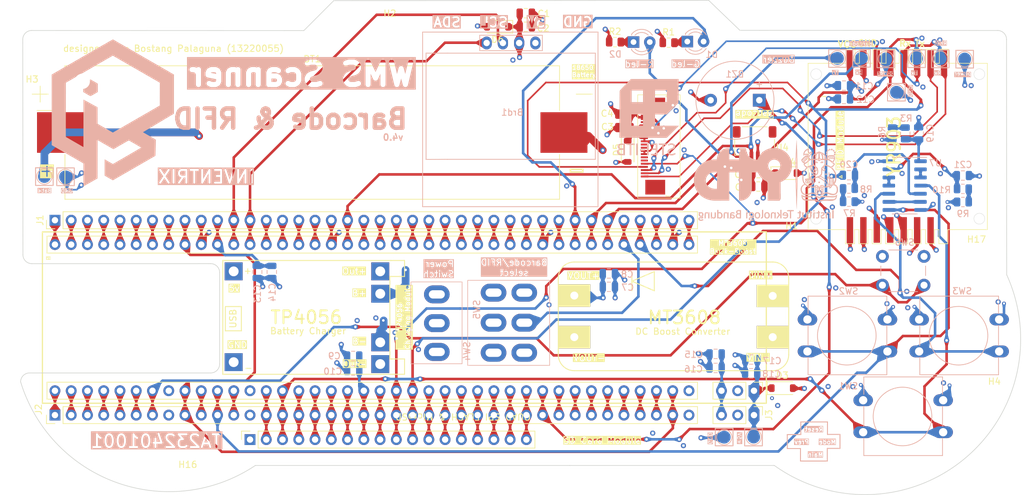
<source format=kicad_pcb>
(kicad_pcb (version 20221018) (generator pcbnew)
  (layers (0 "F.Cu" signal) (1 "In1.Cu" power "In1_PWR.Cu") (2 "In2.Cu" power "In2_GND.Cu") (31 "B.Cu" signal) (34 "B.Paste" user) (35 "F.Paste" user) (36 "B.SilkS" user "B.Silkscreen") (37 "F.SilkS" user "F.Silkscreen") (38 "B.Mask" user) (39 "F.Mask" user) (44 "Edge.Cuts" user))
  (net 0 "")
  (net 1 "GND")
  (net 2 "+5V")
  (net 3 "P6_0")
  (net 4 "P6_1")
  (net 5 "P12_3")
  (net 6 "Net-(D1-K)")
  (net 7 "P9_2")
  (net 8 "Net-(D2-K)")
  (net 9 "P9_4")
  (net 10 "P5_0")
  (net 11 "P5_1")
  (net 12 "P5_2")
  (net 13 "P5_3")
  (net 14 "P5_4")
  (net 15 "P5_5")
  (net 16 "P5_6")
  (net 17 "P5_7")
  (net 18 "VTARG")
  (net 19 "VDD_USB")
  (net 20 "P6_2")
  (net 21 "P6_4")
  (net 22 "P6_5")
  (net 23 "P6_VDD")
  (net 24 "P9_0")
  (net 25 "P9_5")
  (net 26 "P9_3")
  (net 27 "P8_5")
  (net 28 "P8_2")
  (net 29 "P1_0")
  (net 30 "P6_3")
  (net 31 "P8_1")
  (net 32 "P8_6")
  (net 33 "P8_4")
  (net 34 "P8_3")
  (net 35 "P8_7")
  (net 36 "P8_0")
  (net 37 "P9_1")
  (net 38 "P9_7")
  (net 39 "P9_6")
  (net 40 "VBACKUP")
  (net 41 "VREF")
  (net 42 "B.TX")
  (net 43 "B.RTS")
  (net 44 "B.CTS")
  (net 45 "B.RX")
  (net 46 "P6_6")
  (net 47 "P6_7")
  (net 48 "XRES")
  (net 49 "P0_4")
  (net 50 "P13_6")
  (net 51 "P13_7")
  (net 52 "P13_5")
  (net 53 "P13_4")
  (net 54 "P13_0")
  (net 55 "P13_3")
  (net 56 "P13_2")
  (net 57 "P13_1")
  (net 58 "VDDIO_0")
  (net 59 "P12_4")
  (net 60 "P12_1")
  (net 61 "P12_0")
  (net 62 "P12_5")
  (net 63 "P11_6")
  (net 64 "P11_5")
  (net 65 "P11_7")
  (net 66 "P11_2")
  (net 67 "P11_3")
  (net 68 "P11_4")
  (net 69 "P0_5")
  (net 70 "P10_5")
  (net 71 "P10_1")
  (net 72 "P10_2")
  (net 73 "P10_4")
  (net 74 "P10_3")
  (net 75 "P10_0")
  (net 76 "+3V3")
  (net 77 "/Subsistem Power/BAT+")
  (net 78 "/Subsistem Power/BAT-")
  (net 79 "/POWER_RFID")
  (net 80 "/POWER_BARCODE")
  (net 81 "/Subsistem Power/PWR_SWITCH_OUT")
  (net 82 "/Subsistem Power/TP4056_OUT+")
  (net 84 "unconnected-(U1-EN-Pad5)")
  (net 91 "unconnected-(U1-Beeper-Pad18)")
  (net 92 "unconnected-(U1-GPIO3-Pad19)")
  (net 93 "unconnected-(U1-GPIO4-Pad20)")
  (net 94 "+5VA")
  (net 95 "/Subsistem Power/TP4056_OUT-")
  (net 96 "Net-(C19-Pad1)")
  (net 97 "Net-(C20-Pad1)")
  (net 98 "Net-(C21-Pad1)")
  (net 99 "Net-(SW1-B)")
  (net 100 "Net-(SW3-B)")
  (net 101 "Net-(SW2-B)")
  (net 102 "Net-(U7-Pad2)")
  (net 103 "Net-(U7-Pad6)")
  (net 104 "Net-(U7-Pad11)")
  (footprint "Resistor_SMD:R_0805_2012Metric" (layer "F.Cu") (at 167.2825 50.2158)
    (fp_text reference "R1")
    (fp_text value "82")
  )
  (footprint "WMS_components:MT3608_module_v2" (layer "F.Cu") (at 169.545 93.0148)
    (fp_text reference "U3" hide)
    (fp_text value "~")
  )
  (footprint "Battery:BatteryHolder_Keystone_1042_1x18650" (layer "F.Cu") (at 111.5966 64.261)
    (fp_text reference "BT1")
    (fp_text value "Battery")
  )
  (footprint "Diode_SMD:D_SOD-123" (layer "F.Cu") (at 160.8836 67.2094 -90)
    (fp_text reference "D5")
    (fp_text value "1N4148W")
  )
  (footprint "Resistor_SMD:R_0805_2012Metric" (layer "F.Cu") (at 158.9043 50.1142)
    (fp_text reference "R2")
    (fp_text value "120")
  )
  (footprint "MountingHole:MountingHole_2.2mm_M2" (layer "F.Cu") (at 88.265 116.1796)
    (fp_text reference "H16")
    (fp_text value "MountingHole" hide)
  )
  (footprint "Capacitor_SMD:C_0805_2012Metric" (layer "F.Cu") (at 160.3756 61.3918 180)
    (fp_text reference "C4")
    (fp_text value "10u")
  )
  (footprint "MountingHole:MountingHole_2.2mm_M2" (layer "F.Cu") (at 185.674 75.311)
    (fp_text reference "H1")
    (fp_text value "MountingHole")
  )
  (footprint "MountingHole:MountingHole_2.2mm_M2" (layer "F.Cu") (at 215.392 84.1756)
    (fp_text reference "H17")
    (fp_text value "MountingHole" hide)
  )
  (footprint "Connector_PinHeader_2.54mm:PinHeader_1x40_P2.54mm_Vertical" (layer "F.Cu") (at 71.3994 108.458 90)
    (fp_text reference "J2")
    (fp_text value "Conn_01x40_Socket")
  )
  (footprint "WMS_components:YR903_RFID" (layer "F.Cu") (at 203.6761 65.83 90)
    (fp_text reference "U1" hide)
    (fp_text value "~")
    (fp_circle (center -11.9096 -13.3436) (end -11.0596 -13.3436) (stroke (width 0.05)) (fill none) (layer "Edge.Cuts"))
    (fp_circle (center -11.9096 12.1564) (end -11.0596 12.1564) (stroke (width 0.05)) (fill none) (layer "Edge.Cuts"))
    (fp_circle (center 10.6904 -13.3436) (end 11.5404 -13.3436) (stroke (width 0.05)) (fill none) (layer "Edge.Cuts"))
    (fp_circle (center 10.6904 12.1564) (end 11.5404 12.1564) (stroke (width 0.05)) (fill none) (layer "Edge.Cuts"))
  )
  (footprint "Connector_PinHeader_2.54mm:PinHeader_1x03_P2.54mm_Vertical" (layer "F.Cu") (at 180.6194 108.458 -90)
    (fp_text reference "J3")
    (fp_text value "Conn_01x03_Socket")
  )
  (footprint "Diode_SMD:D_SOD-123" (layer "F.Cu") (at 140.5636 47.7266 180)
    (fp_text reference "D6")
    (fp_text value "1N4148W")
  )
  (footprint "MountingHole:MountingHole_2.2mm_M2" (layer "F.Cu") (at 215.7984 105.8672)
    (fp_text reference "H4")
    (fp_text value "MountingHole")
  )
  (footprint "MountingHole:MountingHole_2.2mm_M2" (layer "F.Cu") (at 123.7234 48.8442)
    (fp_text reference "H2")
    (fp_text value "MountingHole")
  )
  (footprint "Connector_JST:JST_SH_SM04B-SRSS-TB_1x04-1MP_P1.00mm_Horizontal" (layer "F.Cu") (at 180.721 66.04 180)
    (fp_text reference "U4")
    (fp_text value "~")
  )
  (footprint "Capacitor_SMD:C_0805_2012Metric" (layer "F.Cu") (at 160.3756 63.4874 180)
    (fp_text reference "C3")
    (fp_text value "100n")
  )
  (footprint "WMS_components:CY8CPROTO-062-4343W_v3" (layer "F.Cu") (at 120.9554 92.329 90)
    (fp_text reference "U6" hide)
    (fp_text value "~")
  )
  (footprint "Capacitor_SMD:C_0805_2012Metric" (layer "F.Cu") (at 144.968 45.593)
    (fp_text reference "C1")
    (fp_text value "100n")
  )
  (footprint "Capacitor_SMD:C_0805_2012Metric" (layer "F.Cu") (at 144.968 47.7266)
    (fp_text reference "C2")
    (fp_text value "10u")
  )
  (footprint "MountingHole:MountingHole_2.2mm_M2" (layer "F.Cu") (at 69.5198 52.2224)
    (fp_text reference "H3")
    (fp_text value "MountingHole")
  )
  (footprint "Capacitor_SMD:C_0805_2012Metric" (layer "F.Cu") (at 181.295 72.7076 180)
    (fp_text reference "C5")
    (fp_text value "100n")
  )
  (footprint "Diode_SMD:D_SOD-123" (layer "F.Cu") (at 185.6222 70.612)
    (fp_text reference "D4")
    (fp_text value "1N4148W")
  )
  (footprint "WMS_components:Quad_SPI_flash_microSD_v2" (layer "F.Cu") (at 101.8794 112.2934 90)
    (fp_text reference "U5" hide)
    (fp_text value "~")
  )
  (footprint "WMS_components:TP4056-18650_v2" (layer "F.Cu") (at 97.6248 84.2788)
    (fp_text reference "U2" hide)
    (fp_text value "~")
  )
  (footprint "Capacitor_SMD:C_0805_2012Metric" (layer "F.Cu") (at 181.3204 70.612 180)
    (fp_text reference "C6")
    (fp_text value "10u")
  )
  (footprint "Diode_SMD:D_SOD-123" (layer "F.Cu") (at 185.039 104.2416)
    (fp_text reference "D3")
    (fp_text value "1N4148W")
  )
  (footprint "Connector_PinHeader_2.54mm:PinHeader_1x40_P2.54mm_Vertical" (layer "F.Cu") (at 71.3994 77.978 90)
    (fp_text reference "J1")
    (fp_text value "Conn_01x40_Socket")
  )
  (footprint "WMS_components:DPDT" (layer "B.Cu") (at 139.9292 89.3054 -90)
    (fp_text reference "SW5")
    (fp_text value "SW_Push_DPDT")
  )
  (footprint "Capacitor_SMD:C_0805_2012Metric" (layer "B.Cu") (at 174.625 101.092 180)
    (fp_text reference "C16")
    (fp_text value "10u")
  )
  (footprint "Resistor_SMD:R_0805_2012Metric" (layer "B.Cu") (at 204.2668 64.3992 -90)
    (fp_text reference "R3")
    (fp_text value "470k")
  )
  (footprint "Capacitor_SMD:C_0805_2012Metric" (layer "B.Cu") (at 102.997 86.0704 -90)
    (fp_text reference "C13")
    (fp_text value "100n")
  )
  (footprint "Button_Switch_THT:SW_PUSH-12mm" (layer "B.Cu") (at 201.4728 93.5012 180)
    (fp_text reference "SW2")
    (fp_text value "SW_Push_Open")
  )
  (footprint "Buzzer_Beeper:Buzzer_12x9.5RM7.6" (layer "B.Cu") (at 181.4476 59.2074 180)
    (fp_text reference "BZ1")
    (fp_text value "Buzzer")
  )
  (footprint "Capacitor_SMD:C_0805_2012Metric" (layer "B.Cu") (at 180.2028 99.7712 180)
    (fp_text reference "C17")
    (fp_text value "100n")
  )
  (footprint "Capacitor_SMD:C_0805_2012Metric" (layer "B.Cu") (at 174.625 98.8822 180)
    (fp_text reference "C15")
    (fp_text value "100n")
  )
  (footprint "Resistor_SMD:R_0805_2012Metric" (layer "B.Cu") (at 213.2603 75.1332 180)
    (fp_text reference "R9")
    (fp_text value "330")
  )
  (footprint "img:stei-itb" (layer "B.Cu") (at 164.0586 61.8744 180)
    (fp_text reference "G***" hide)
    (fp_text value "LOGO" hide)
  )
  (footprint "Resistor_SMD:R_0805_2012Metric" (layer "B.Cu") (at 195.453 75.0824)
    (fp_text reference "R7")
    (fp_text value "330")
  )
  (footprint "Capacitor_SMD:C_0805_2012Metric" (layer "B.Cu") (at 206.3496 64.3992 90)
    (fp_text reference "C19")
    (fp_text value "100n")
  )
  (footprint "TestPoint:TestPoint_Pad_D2.0mm" (layer "B.Cu") (at 175.9712 111.9124 90)
    (fp_text reference "H14" hide)
    (fp_text value "MountingHole_Pad")
  )
  (footprint "Capacitor_SMD:C_0805_2012Metric" (layer "B.Cu") (at 117.9982 101.4858 180)
    (fp_text reference "C10")
    (fp_text value "10u")
  )
  (footprint "Capacitor_SMD:C_0805_2012Metric" (layer "B.Cu") (at 194.6808 59.017 180)
    (fp_text reference "C12")
    (fp_text value "10u")
  )
  (footprint "img:itb" (layer "B.Cu") (at 182.499 71.7296 180)
    (fp_text reference "G***" hide)
    (fp_text value "LOGO" hide)
  )
  (footprint "TestPoint:TestPoint_Pad_D2.0mm" (layer "B.Cu") (at 206.0194 52.705 180)
    (fp_text reference "H7" hide)
    (fp_text value "MountingHole_Pad")
  )
  (footprint "Capacitor_SMD:C_0805_2012Metric" (layer "B.Cu") (at 157.9474 86.3092)
    (fp_text reference "C8")
    (fp_text value "100n")
  )
  (footprint "Capacitor_SMD:C_0805_2012Metric" (layer "B.Cu") (at 180.1774 101.9048 180)
    (fp_text reference "C18")
    (fp_text value "10u")
  )
  (footprint "Capacitor_SMD:C_0805_2012Metric" (layer "B.Cu") (at 105.283 86.0704 -90)
    (fp_text reference "C14")
    (fp_text value "10u")
  )
  (footprint "TestPoint:TestPoint_Pad_D2.0mm" (layer "B.Cu") (at 193.663828 52.6669 180)
    (fp_text reference "H9" hide)
    (fp_text value "MountingHole_Pad")
  )
  (footprint "WMS_components:SPDT" (layer "B.Cu") (at 131.064 98.5798 90)
    (fp_text reference "SW4")
    (fp_text value "SW_SPDT")
  )
  (footprint "Resistor_SMD:R_0805_2012Metric" (layer "B.Cu") (at 195.453 73.025)
    (fp_text reference "R8")
    (fp_text value "470k")
  )
  (footprint "WMS_components:128x64OLED" (layer "B.Cu") (at 142.8496 60.8584 180)
    (fp_text reference "Brd1")
    (fp_text value "SSD1306")
  )
  (footprint "TestPoint:TestPoint_Pad_D2.0mm" (layer "B.Cu") (at 201.233028 52.7431 180)
    (fp_text reference "H5" hide)
    (fp_text value "MountingHole_Pad" hide)
  )
  (footprint "Capacitor_SMD:C_0805_2012Metric" (layer "B.Cu") (at 157.9474 88.392)
    (fp_text reference "C7")
    (fp_text value "10u")
  )
  (footprint "Button_Switch_THT:SW_PUSH-12mm" (layer "B.Cu") (at 218.9258 93.5012 180)
    (fp_text reference "SW3")
    (fp_text value "SW_Push_Open")
  )
  (footprint "Resistor_SMD:R_0805_2012Metric" (layer "B.Cu") (at 213.2603 73.0758 180)
    (fp_text reference "R10")
    (fp_text value "470k")
  )
  (footprint "Package_SO:SOIC-14_3.9x8.7mm_P1.27mm" (layer "B.Cu") (at 204.1652 72.5678 180)
    (fp_text reference "U7")
    (fp_text value "40106")
  )
  (footprint "TestPoint:TestPoint_Pad_D2.0mm" (layer "B.Cu") (at 180.5686 111.887 90)
    (fp_text reference "H12" hide)
    (fp_text value "MountingHole_Pad")
  )
  (footprint "TestPoint:TestPoint_Pad_D2.0mm" (layer "B.Cu") (at 197.4088 52.6542 180)
    (fp_text reference "H10" hide)
    (fp_text value "MountingHole_Pad")
  )
  (footprint "TestPoint:TestPoint_Pad_D2.0mm" (layer "B.Cu") (at 73.0504 71.1962 180)
    (fp_text reference "H13" hide)
    (fp_text value "MountingHole_Pad")
  )
  (footprint "LED_THT:LED_D3.0mm" (layer "B.Cu") (at 170.2054 50.038)
    (fp_text reference "D1")
    (fp_text value "LED")
  )
  (footprint "TestPoint:TestPoint_Pad_D2.0mm" (layer "B.Cu") (at 202.8825 57.9628 -90)
    (fp_text reference "H15" hide)
    (fp_text value "MountingHole_Pad")
  )
  (footprint "Capacitor_SMD:C_0805_2012Metric" (layer "B.Cu") (at 117.9932 99.2124 180)
    (fp_text reference "C9")
    (fp_text value "100n")
  )
  (footprint "LED_THT:LED_D3.0mm" (layer "B.Cu") (at 161.798 50.1142)
    (fp_text reference "D2")
    (fp_text value "LED")
  )
  (footprint "Button_Switch_THT:SW_PUSH-12mm" (layer "B.Cu") (at 210.1766 106.1358 180)
    (fp_text reference "SW1")
    (fp_text value "SW_Push_Open")
  )
  (footprint "Resistor_SMD:R_0805_2012Metric" (layer "B.Cu") (at 202.2094 64.3992 -90)
    (fp_text reference "R6")
    (fp_text value "330")
  )
  (footprint "Button_Switch_THT:SW_PUSH_6mm_H9.5mm" (layer "B.Cu") (at 207.1866 83.638 180)
    (fp_text reference "SW6")
    (fp_text value "SW_Push_Open")
  )
  (footprint "img:inventrix_logo" (layer "B.Cu") (at 80.216425 61.178213 180)
    (fp_text reference "G***" hide)
    (fp_text value "LOGO" hide)
  )
  (footprint "Capacitor_SMD:C_0805_2012Metric" (layer "B.Cu") (at 213.2603 70.993)
    (fp_text reference "C21")
    (fp_text value "100n")
  )
  (footprint "TestPoint:TestPoint_Pad_D2.0mm" (layer "B.Cu") (at 209.7278 52.7304 180)
    (fp_text reference "H8" hide)
    (fp_text value "MountingHole_Pad")
  )
  (footprint "TestPoint:TestPoint_Pad_D2.0mm" (layer "B.Cu") (at 69.7484 71.1454 180)
    (fp_text reference "H11" hide)
    (fp_text value "MountingHole_Pad")
  )
  (footprint "Capacitor_SMD:C_0805_2012Metric" (layer "B.Cu") (at 195.453 70.9422 180)
    (fp_text reference "C20")
    (fp_text value "100n")
  )
  (footprint "Capacitor_SMD:C_0805_2012Metric" (layer "B.Cu") (at 194.6808 56.9214 180)
    (fp_text reference "C11")
    (fp_text value "100n")
  )
  (footprint "TestPoint:TestPoint_Pad_D2.0mm" (layer "B.Cu") (at 213.541828 52.7692 180)
    (fp_text reference "H6" hide)
    (fp_text value "MountingHole_Pad")
  )
  (gr_rect (start 174.5742 110.5154) (end 177.3428 113.2586) (stroke (width 0.15)) (fill none) (layer "B.SilkS"))
  (gr_rect (start 179.1596 110.524172) (end 181.9282 113.267372) (stroke (width 0.15)) (fill none) (layer "B.SilkS"))
  (gr_line (start 185.8264 111.506) (end 185.8264 111.5822) (stroke (width 0.15)) (layer "B.SilkS"))
  (gr_rect (start 68.3768 69.7738) (end 71.12 72.5424) (stroke (width 0.15)) (fill none) (layer "B.SilkS"))
  (gr_line (start 192.0748 113.665) (end 194.056 113.665) (stroke (width 0.15)) (layer "B.SilkS"))
  (gr_rect (start 204.6478 51.3334) (end 207.391 54.102) (stroke (width 0.15)) (fill none) (layer "B.SilkS"))
  (gr_rect (start 196.042772 51.2692) (end 198.785972 54.0378) (stroke (width 0.15)) (fill none) (layer "B.SilkS"))
  (gr_rect (start 208.3562 51.3588) (end 211.0994 54.1274) (stroke (width 0.15)) (fill none) (layer "B.SilkS"))
  (gr_line (start 194.056 113.665) (end 194.056 111.4806) (stroke (width 0.15)) (layer "B.SilkS"))
  (gr_line (start 194.056 111.4806) (end 192.1002 111.4806) (stroke (width 0.15)) (layer "B.SilkS"))
  (gr_rect (start 71.6788 69.7992) (end 74.422 72.5678) (stroke (width 0.15)) (fill none) (layer "B.SilkS"))
  (gr_rect (start 199.8472 51.3461) (end 202.5904 54.1147) (stroke (width 0.15)) (fill none) (layer "B.SilkS"))
  (gr_line (start 187.9346 109.5248) (end 187.9346 111.506) (stroke (width 0.15)) (layer "B.SilkS"))
  (gr_line (start 192.1002 111.4806) (end 192.1002 109.5248) (stroke (width 0.15)) (layer "B.SilkS"))
  (gr_line (start 192.1002 109.5248) (end 187.9346 109.5248) (stroke (width 0.15)) (layer "B.SilkS"))
  (gr_rect (start 201.4855 56.5912) (end 204.2541 59.3344) (stroke (width 0.15)) (fill none) (layer "B.SilkS"))
  (gr_rect (start 212.1662 51.4096) (end 214.9094 54.1782) (stroke (width 0.15)) (fill none) (layer "B.SilkS"))
  (gr_rect (start 192.292228 51.2953) (end 195.035428 54.0639) (stroke (width 0.15)) (fill none) (layer "B.SilkS"))
  (gr_line (start 187.8838 113.6904) (end 187.8838 115.6462) (stroke (width 0.15)) (layer "B.SilkS"))
  (gr_line (start 187.9346 111.506) (end 185.8264 111.506) (stroke (width 0.15)) (layer "B.SilkS"))
  (gr_line (start 192.0748 115.6462) (end 192.0748 113.665) (stroke (width 0.15)) (layer "B.SilkS"))
  (gr_line (start 185.8264 111.5822) (end 185.8264 113.6904) (stroke (width 0.15)) (layer "B.SilkS"))
  (gr_line (start 187.8838 115.6462) (end 192.0748 115.6462) (stroke (width 0.15)) (layer "B.SilkS"))
  (gr_line (start 185.8264 113.6904) (end 187.8838 113.6904) (stroke (width 0.15)) (layer "B.SilkS"))
  (gr_line (start 66.3956 83.3754) (end 66.3702 49.7018) (stroke (width 0.1)) (layer "Edge.Cuts"))
  (gr_arc (start 66.037228 103.261028) (mid 66.446392 102.273192) (end 67.434228 101.864028) (stroke (width 0.1)) (layer "Edge.Cuts"))
  (gr_arc (start 95.735372 84.769628) (mid 96.723208 85.178792) (end 97.132372 86.166628) (stroke (width 0.1)) (layer "Edge.Cuts"))
  (gr_arc (start 102.7176 116.332) (mid 81.094566 119.030726) (end 66.04 103.2764) (stroke (width 0.1)) (layer "Edge.Cuts"))
  (gr_line (start 114.955035 43.6438) (end 110.2868 48.3236) (stroke (width 0.1)) (layer "Edge.Cuts"))
  (gr_line (start 110.2868 48.3236) (end 67.7672 48.3048) (stroke (width 0.1)) (layer "Edge.Cuts"))
  (gr_line (start 218.683271 48.3048) (end 178.4096 48.2728) (stroke (width 0.1)) (layer "Edge.Cuts"))
  (gr_arc (start 218.683271 48.3048) (mid 219.671118 48.713962) (end 220.080271 49.7018) (stroke (width 0.1)) (layer "Edge.Cuts"))
  (gr_line (start 151.83628 116.332001) (end 183.789481 116.332) (stroke (width 0.1)) (layer "Edge.Cuts"))
  (gr_arc (start 97.1296 100.4698) (mid 96.720428 101.457628) (end 95.7326 101.8668) (stroke (width 0.1)) (layer "Edge.Cuts"))
  (gr_line (start 97.132372 86.166628) (end 97.1296 100.4698) (stroke (width 0.1)) (layer "Edge.Cuts"))
  (gr_arc (start 220.10913 86.521375) (mid 213.402448 115.375689) (end 183.7944 116.332) (stroke (width 0.1)) (layer "Edge.Cuts"))
  (gr_line (start 67.7926 84.7724) (end 95.735372 84.769628) (stroke (width 0.1)) (layer "Edge.Cuts"))
  (gr_line (start 67.434228 101.864028) (end 95.7326 101.8668) (stroke (width 0.1)) (layer "Edge.Cuts"))
  (gr_arc (start 66.3702 49.7018) (mid 66.779372 48.713972) (end 67.7672 48.3048) (stroke (width 0.1)) (layer "Edge.Cuts"))
  (gr_line (start 220.10913 86.521375) (end 220.080271 49.7018) (stroke (width 0.1)) (layer "Edge.Cuts"))
  (gr_line (start 114.955035 43.6438) (end 173.2534 43.5864) (stroke (width 0.1)) (layer "Edge.Cuts"))
  (gr_arc (start 67.7926 84.7724) (mid 66.804772 84.363228) (end 66.3956 83.3754) (stroke (width 0.1)) (layer "Edge.Cuts"))
  (gr_line (start 173.2534 43.5864) (end 173.5328 43.5864) (stroke (width 0.1)) (layer "Edge.Cuts"))
  (gr_line (start 102.708868 116.332) (end 151.83628 116.332001) (stroke (width 0.1)) (layer "Edge.Cuts"))
  (gr_line (start 178.4096 48.2728) (end 173.5328 43.5864) (stroke (width 0.1)) (layer "Edge.Cuts"))
  (gr_text "+5V " (at 177.9912 113.089572 -90) (layer "B.SilkS" knockout) (effects (font (size 0.6 0.6) (thickness 0.1)) (justify left bottom mirror)))
  (gr_text "R-led" (at 165.0746 54.1528) (layer "B.SilkS" knockout) (effects (font (size 1 1)) (justify left bottom mirror)))
  (gr_text "  Tx " (at 194.756028 55.2577) (layer "B.SilkS" knockout) (effects (font (size 0.6 0.6) (thickness 0.1)) (justify left bottom mirror)))
  (gr_text "Barcode/RFID\nselect" (at 143.1544 86.7664) (layer "B.SilkS" knockout) (effects (font (size 1 1)) (justify bottom mirror)))
  (gr_text "Main " (at 191.516 115.062) (layer "B.SilkS" knockout) (effects (font (size 0.7 0.7)) (justify left bottom mirror)))
  (gr_text "Mode " (at 193.5226 113.0808) (layer "B.SilkS" knockout) (effects (font (size 0.7 0.7)) (justify left bottom mirror)))
  (gr_text "GND " (at 173.4058 113.0808 -90) (layer "B.SilkS" knockout) (effects (font (size 0.6 0.6) (thickness 0.1)) (justify left bottom mirror)))
  (gr_text "power" (at 202.5904 55.2831) (layer "B.SilkS" knockout) (effects (font (size 0.6 0.6) (thickness 0.1)) (justify left bottom mirror)))
  (gr_text "Bat+" (at 70.9422 73.7108) (layer "B.SilkS" knockout) (effects (font (size 0.6 0.6) (thickness 0.1)) (justify left bottom mirror)))
  (gr_text "Buzzer" (at 187.1218 53.4162) (layer "B.SilkS" knockout) (effects (font (size 1 1)) (justify left bottom mirror)))
  (gr_text "  Rx " (at 210.8708 55.2958) (layer "B.SilkS" knockout) (effects (font (size 0.6 0.6) (thickness 0.1)) (justify left bottom mirror)))
  (gr_text "Barcode & RFID" (at 126.8476 63.9064) (layer "B.SilkS") (effects (font (size 3 3) (thickness 0.7) bold) (justify left bottom mirror)))
  (gr_text "Reset" (at 191.539334 111.0996) (layer "B.SilkS" knockout) (effects (font (size 0.7 0.7)) (justify left bottom mirror)))
  (gr_text "Power\nSwitch" (at 133.8326 86.995) (layer "B.SilkS" knockout) (effects (font (size 1 1)) (justify left bottom mirror)))
  (gr_text "WMS Scanner" (at 128.016 57.2262) (layer "B.SilkS" knockout) (effects (font (size 3.5 3.5) (thickness 0.8) bold) (justify left bottom mirror)))
  (gr_text "Prev " (at 189.3062 113.0808) (layer "B.SilkS" knockout) (effects (font (size 0.7 0.7)) (justify left bottom mirror)))
  (gr_text "GND " (at 74.2442 73.7362) (layer "B.SilkS" knockout) (effects (font (size 0.6 0.6) (thickness 0.1)) (justify left bottom mirror)))
  (gr_text "Barcode" (at 199.2122 50.7365) (layer "B.SilkS" knockout) (effects (font (size 0.6 0.6) (thickness 0.1)) (justify left bottom mirror)))
  (gr_text "  Rx " (at 198.557372 55.2062) (layer "B.SilkS" knockout) (effects (font (size 0.6 0.6) (thickness 0.1)) (justify left bottom mirror)))
  (gr_text "INVENTRIX" (at 102.7938 72.3646) (layer "B.SilkS" knockout) (effects (font (size 2 2) (thickness 0.3)) (justify left bottom mirror)))
  (gr_text "power" (at 214.63 55.372) (layer "B.SilkS" knockout) (effects (font (size 0.6 0.6) (thickness 0.1)) (justify left bottom mirror)))
  (gr_text "  Tx " (at 207.1116 55.2958) (layer "B.SilkS" knockout) (effects (font (size 0.6 0.6) (thickness 0.1)) (justify left bottom mirror)))
  (gr_text "RFID" (at 210.8454 50.6476) (layer "B.SilkS" knockout) (effects (font (size 0.6 0.6) (thickness 0.1)) (justify left bottom mirror)))
  (gr_text "G-led" (at 172.3136 54.1274) (layer "B.SilkS" knockout) (effects (font (size 1 1)) (justify left bottom mirror)))
  (gr_text "v4.0" (at 125.9332 65.6082) (layer "B.SilkS") (effects (font (size 1 1) (thickness 0.2) bold) (justify left bottom mirror)))
  (gr_text "TA232401001" (at 97.5868 113.7158) (layer "B.SilkS" knockout) (effects (font (size 2 2) (thickness 0.3)) (justify left bottom mirror)))
  (gr_text "GND " (at 205.4225 56.769 90) (layer "B.SilkS" knockout) (effects (font (size 0.6 0.6) (thickness 0.1)) (justify left bottom mirror)))
  (gr_text "designed by : Bostang Palaguna (13220055)" (at 72.5932 51.7144) (layer "F.SilkS") (effects (font (size 1 1)) (justify left bottom)))
  (gr_text "SD Card Module" (at 150.7236 113.03) (layer "F.SilkS" knockout) (effects (font (size 1 1)) (justify left bottom)))
  (gr_text "RFID Module" (at 194.691 70.2818 90) (layer "F.SilkS" knockout) (effects (font (size 1 1)) (justify left bottom)))
  (gr_text "18650\nBattery" (at 152.0952 55.6514) (layer "F.SilkS" knockout) (effects (font (size 0.7 0.7)) (justify left bottom)))
  (gr_text "TP4056\nCharging Module" (at 127 93.1672 90) (layer "F.SilkS" knockout) (effects (font (size 0.8 0.8)) (justify bottom)))
  (gr_text "MT3608\nBuck-Boost" (at 177.3174 83.312) (layer "F.SilkS" knockout) (effects (font (size 0.8 0.8)) (justify bottom)))
  (gr_text "-" (at 151.5364 71.247) (layer "F.SilkS" knockout) (effects (font (size 2 2) (thickness 0.2) bold) (justify left bottom)))
  (gr_text "Barcode" (at 183.8452 60.7822 180) (layer "F.SilkS" knockout) (effects (font (size 1 1)) (justify left bottom)))
  (gr_text "+" (at 68.7832 71.3486) (layer "F.SilkS" knockout) (effects (font (size 2 2) (thickness 0.2) bold) (justify left bottom)))
  (segment (start 186.7398 104.2924) (end 186.689 104.2416) (width 0.4) (layer "F.Cu") (net 1))
  (segment (start 197.7107 53.3792) (end 197.7107 55.6993) (width 0.254) (layer "F.Cu") (net 1))
  (segment (start 145.918 45.593) (end 145.918 47.7266) (width 0.4) (layer "F.Cu") (net 1))
  (segment (start 201.9107 78.4921) (end 200.8632 77.4446) (width 0.4) (layer "F.Cu") (net 1))
  (segment (start 187.2722 70.612) (end 188.468 70.612) (width 0.4) (layer "F.Cu") (net 1))
  (segment (start 164.521 65.6388) (end 163.4904 65.6388) (width 0.254) (layer "F.Cu") (net 1))
  (segment (start 162.845 63.1388) (end 163.4904 63.1388) (width 0.254) (layer "F.Cu") (net 1))
  (segment (start 199.8107 77.2811) (end 198.628 76.0984) (width 0.4) (layer "F.Cu") (net 1))
  (segment (start 204.0107 79.4952) (end 204.0107 78.3061) (width 0.4) (layer "F.Cu") (net 1))
  (segment (start 164.6936 65.8114) (end 164.6936 66.802) (width 0.254) (layer "F.Cu") (net 1))
  (segment (start 166.37 49.3014) (end 165.5064 48.4378) (width 0.4) (layer "F.Cu") (net 1))
  (segment (start 94.2594 81.788) (end 94.2594 81.1022) (width 0.4) (layer "F.Cu") (net 1))
  (segment (start 164.3568 67.1388) (end 163.4904 67.1388) (width 0.254) (layer "F.Cu") (net 1))
  (segment (start 173.8476 59.2074) (end 172.0342 59.2074) (width 0.4) (layer "F.Cu") (net 1))
  (segment (start 147.5994 81.153) (end 148.8694 79.883) (width 0.4) (layer "F.Cu") (net 1))
  (segment (start 164.6936 66.802) (end 164.3568 67.1388) (width 0.254) (layer "F.Cu") (net 1))
  (segment (start 158.788 63.4874) (end 157.6578 64.6176) (width 0.4) (layer "F.Cu") (net 1))
  (segment (start 114.5794 81.788) (end 114.5794 81.1022) (width 0.4) (layer "F.Cu") (net 1))
  (segment (start 181.221 68.04) (end 181.221 65.7272) (width 0.4) (layer "F.Cu") (net 1))
  (segment (start 166.37 50.2158) (end 166.37 49.3014) (width 0.4) (layer "F.Cu") (net 1))
  (segment (start 197.7107 55.6993) (end 198.1708 56.1594) (width 0.254) (layer "F.Cu") (net 1))
  (segment (start 138.7866 47.5996) (end 138.9136 47.7266) (width 0.4) (layer "F.Cu") (net 1))
  (segment (start 180.3704 72.6822) (end 180.345 72.7076) (width 0.4) (layer "F.Cu") (net 1))
  (segment (start 208.2107 79.4952) (end 208.2107 81.7695) (width 0.4) (layer "F.Cu") (net 1))
  (segment (start 180.3704 70.612) (end 180.3704 72.6822) (width 0.4) (layer "F.Cu") (net 1))
  (segment (start 201.9107 79.4952) (end 201.9107 78.4921) (width 0.4) (layer "F.Cu") (net 1))
  (segment (start 197.7107 82.3947) (end 197.866 82.55) (width 0.4) (layer "F.Cu") (net 1))
  (segment (start 137.414 47.5996) (end 138.7866 47.5996) (width 0.4) (layer "F.Cu") (net 1))
  (segment (start 208.2107 81.7695) (end 209.0928 82.6516) (width 0.4) (layer "F.Cu") (net 1))
  (segment (start 114.5794 81.1022) (end 115.7986 79.883) (width 0.4) (layer "F.Cu") (net 1))
  (segment (start 147.5994 81.788) (end 147.5994 77.978) (width 0.4) (layer "F.Cu") (net 1))
  (segment (start 195.6107 79.4952) (end 195.6107 82.4537) (width 0.4) (layer "F.Cu") (net 1))
  (segment (start 181.221 65.7272) (end 181.2036 65.7098) (width 0.4) (layer "F.Cu") (net 1))
  (segment (start 167.9194 81.788) (end 167.9194 80.899) (width 0.4) (layer "F.Cu") (net 1))
  (segment (start 157.9918 48.721) (end 157.3784 48.1076) (width 0.4) (layer "F.Cu") (net 1))
  (segment (start 206.1107 81.9507) (end 204.9272 83.1342) (width 0.4) (layer "F.Cu") (net 1))
  (segment (start 206.1107 79.4952) (end 206.1107 81.9507) (width 0.4) (layer "F.Cu") (net 1))
  (segment (start 158.2166 60.1828) (end 159.4002 61.3664) (width 0.4) (layer "F.Cu") (net 1))
  (segment (start 172.0342 59.2074) (end 170.7388 57.912) (width 0.4) (layer "F.Cu") (net 1))
  (segment (start 94.2594 81.788) (end 94.2594 77.978) (width 0.4) (layer "F.Cu") (net 1))
  (segment (start 195.6107 82.4537) (end 195.6816 82.5246) (width 0.4) (layer "F.Cu") (net 1))
  (segment (start 179.705 70.612) (end 178.6382 71.6788) (width 0.4) (layer "F.Cu") (net 1))
  (segment (start 163.4904 65.1388) (end 162.878 65.1388) (width 0.254) (layer "F.Cu") (net 1))
  (segment (start 147.5994 81.788) (end 147.5994 81.153) (width 0.4) (layer "F.Cu") (net 1))
  (segment (start 180.3704 70.612) (end 179.705 70.612) (width 0.4) (layer "F.Cu") (net 1))
  (segment (start 146.5326 45.593) (end 145.918 45.593) (width 0.4) (layer "F.Cu") (net 1))
  (segment (start 157.9918 50.1142) (end 157.9918 48.721) (width 0.4) (layer "F.Cu") (net 1))
  (segment (start 162.6362 64.897) (end 162.6362 63.3476) (width 0.254) (layer "F.Cu") (net 1))
  (segment (start 160.8836 68.8594) (end 159.1056 68.8594) (width 0.254) (layer "F.Cu") (net 1))
  (segment (start 163.4904 62.6388) (end 163.4904 63.1388) (width 0.254) (layer "F.Cu") (net 1))
  (segment (start 158.2166 59.7662) (end 158.2166 60.1828) (width 0.4) (layer "F.Cu") (net 1))
  (segment (start 159.1056 68.8594) (end 159.0294 68.9356) (width 0.254) (layer "F.Cu") (net 1))
  (segment (start 114.5794 81.788) (end 114.5794 77.978) (width 0.4) (layer "F.Cu") (net 1))
  (segment (start 167.9194 77.978) (end 167.9194 81.788) (width 0.4) (layer "F.Cu") (net 1))
  (segment (start 163.4904 65.1388) (end 163.4904 65.6388) (width 0.254) (layer "F.Cu") (net 1))
  (segment (start 167.9194 80.899) (end 168.9354 79.883) (width 0.4) (layer "F.Cu") (net 1))
  (segment (start 204.0107 78.3061) (end 202.9206 77.216) (width 0.4) (layer "F.Cu") (net 1))
  (segment (start 159.4256 63.4874) (end 158.788 63.4874) (width 0.4) (layer "F.Cu") (net 1))
  (segment (start 164.6936 65.8114) (end 164.521 65.6388) (width 0.254) (layer "F.Cu") (net 1))
  (segment (start 188.3156 104.2924) (end 186.7398 104.2924) (width 0.4) (layer "F.Cu") (net 1))
  (segment (start 163.4904 67.1388) (end 163.4904 67.6388) (width 0.254) (layer "F.Cu") (net 1))
  (segment (start 162.6362 63.3476) (end 162.845 63.1388) (width 0.254) (layer "F.Cu") (net 1))
  (segment (start 197.7107 79.4952) (end 197.7107 82.3947) (width 0.4) (layer "F.Cu") (net 1))
  (segment (start 147.5994 46.6598) (end 146.5326 45.593) (width 0.4) (layer "F.Cu") (net 1))
  (segment (start 94.2594 81.1022) (end 95.4786 79.883) (width 0.4) (layer "F.Cu") (net 1))
  (segment (start 162.878 65.1388) (end 162.6362 64.897) (width 0.254) (layer "F.Cu") (net 1))
  (segment (start 199.8107 79.4952) (end 199.8107 77.2811) (width 0.4) (layer "F.Cu") (net 1))
  (via (at 177.673 99.0346) (size 0.8) (drill 0.4) (layers "F.Cu" "B.Cu") (net 1))
  (via (at 207.01 57.15) (size 0.8) (drill 0.4) (layers "F.Cu" "B.Cu") (net 1))
  (via (at 159.0294 68.9356) (size 0.8) (drill 0.4) (layers "F.Cu" "B.Cu") (net 1))
  (via (at 75.5142 72.4916) (size 0.8) (drill 0.4) (layers "F.Cu" "B.Cu") (net 1))
  (via (at 203.7588 70.6628) (size 0.8) (drill 0.4) (layers "F.Cu" "B.Cu") (net 1))
  (via (at 192.278 58.9534) (size 0.8) (drill 0.4) (layers "F.Cu" "B.Cu") (net 1))
  (via (at 209.6516 49.784) (size 0.8) (drill 0.4) (layers "F.Cu" "B.Cu") (net 1))
  (via (at 198.628 76.0984) (size 0.8) (drill 0.4) (layers "F.Cu" "B.Cu") (net 1))
  (via (at 202.9206 77.216) (size 0.8) (drill 0.4) (layers "F.Cu" "B.Cu") (net 1))
  (via (at 142.9512 52.9336) (size 0.8) (drill 0.4) (layers "F.Cu" "B.Cu") (net 1))
  (via (at 192.8622 75.9206) (size 0.8) (drill 0.4) (layers "F.Cu" "B.Cu") (net 1))
  (via (at 190.8556 73.7108) (size 0.8) (drill 0.4) (layers "F.Cu" "B.Cu") (net 1))
  (via (at 188.4934 90.3986) (size 0.8) (drill 0.4) (layers "F.Cu" "B.Cu") (net 1))
  (via (at 193.3956 88.5698) (size 0.8) (drill 0.4) (layers "F.Cu" "B.Cu") (net 1))
  (via (at 115.7986 79.883) (size 0.8) (drill 0.4) (layers "F.Cu" "B.Cu") (net 1))
  (via (at 197.866 74.1172) (size 0.8) (drill 0.4) (layers "F.Cu" "B.Cu") (net 1))
  (via (at 198.1708 56.1594) (size 0.8) (drill 0.4) (layers "F.Cu" "B.Cu") (net 1))
  (via (at 214.5538 56.9214) (size 0.8) (drill 0.4) (layers "F.Cu" "B.Cu") (net 1))
  (via (at 157.3784 48.1076) (size 0.8) (drill 0.4) (layers "F.Cu" "B.Cu") (net 1))
  (via (at 172.339 112.014) (size 0.8) (drill 0.4) (layers "F.Cu" "B.Cu") (net 1))
  (via (at 158.9278 90.1192) (size 0.8) (drill 0.4) (layers "F.Cu" "B.Cu") (net 1))
  (via (at 178.308 67.1322) (size 0.8) (drill 0.4) (layers "F.Cu" "B.Cu") (net 1))
  (via (at 199.0344 68.834) (size 0.8) (drill 0.4) (layers "F.Cu" "B.Cu") (net 1))
  (via (at 169.6974 66.9798) (size 0.8) (drill 0.4) (layers "F.Cu" "B.Cu") (net 1))
  (via (at 95.4786 79.883) (size 0.8) (drill 0.4) (layers "F.Cu" "B.Cu") (net 1))
  (via (at 209.7532 70.6882) (size 0.8) (drill 0.4) (layers "F.Cu" "B.Cu") (net 1))
  (via (at 209.0928 82.6516) (size 0.8) (drill 0.4) (layers "F.Cu" "B.Cu") (net 1))
  (via (at 124.5362 95.5548) (size 0.8) (drill 0.4) (layers "F.Cu" "B.Cu") (net 1))
  (via (at 118.618 93.6752) (size 0.8) (drill 0.4) (layers "F.Cu" "B.Cu") (net 1))
  (via (at 195.6816 82.5246) (size 0.8) (drill 0.4) (layers "F.Cu" "B.Cu") (net 1))
  (via (at 151.3586 72.6186) (size 0.8) (drill 0.4) (layers "F.Cu" "B.Cu") (net 1))
  (via (at 164.6936 65.8114) (size 0.8) (drill 0.4) (layers "F.Cu" "B.Cu") (net 1))
  (via (at 200.6854 50.038) (size 0.8) (drill 0.4) (layers "F.Cu" "B.Cu") (net 1))
  (via (at 106.5022 88.392) (size 0.8) (drill 0.4) (layers "F.Cu" "B.Cu") (net 1))
  (via (at 188.4934 104.2924) (size 0.8) (drill 0.4) (layers "F.Cu" "B.Cu") (net 1))
  (via (at 218.7702 90.7542) (size 0.8) (drill 0.4) (layers "F.Cu" "B.Cu") (net 1))
  (via (at 206.375 61.9252) (size 0.8) (drill 0.4) (layers "F.Cu" "B.Cu") (net 1))
  (via (at 166.5224 63.6016) (size 0.8) (drill 0.4) (layers "F.Cu" "B.Cu") (net 1))
  (via (at 205.0796 59.2328) (size 0.8) (drill 0.4) (layers "F.Cu" "B.Cu") (net 1))
  (via (at 170.7388 57.912) (size 0.8) (drill 0.4) (layers "F.Cu" "B.Cu") (net 1))
  (via (at 178.6382 71.6788) (size 0.8) (drill 0.4) (layers "F.Cu" "B.Cu") (net 1))
  (via (at 177.6476 100.6856) (size 0.8) (drill 0.4) (layers "F.Cu" "B.Cu") (net 1))
  (via (at 197.866 82.55) (size 0.8) (drill 0.4) (layers "F.Cu" "B.Cu") (net 1))
  (via (at 204.4954 89.1032) (size 0.8) (drill 0.4) (layers "F.Cu" "B.Cu") (net 1))
  (via (at 164.7952 111.2774) (size 0.8) (drill 0.4) (layers "F.Cu" "B.Cu") (net 1))
  (via (at 168.4528 60.8584) (size 0.8) (drill 0.4) (layers "F.Cu" "B.Cu") (net 1))
  (via (at 200.8632 77.4446) (size 0.8) (drill 0.4) (layers "F.Cu" "B.Cu") (net 1))
  (via (at 137.414 47.5996) (size 0.8) (drill 0.4) (layers "F.Cu" "B.Cu") (net 1))
  (via (at 188.468 70.612) (size 0.8) (drill 0.4) (layers "F.Cu" "B.Cu") (net 1))
  (via (at 181.102 75.2094) (size 0.8) (drill 0.4) (layers "F.Cu" "B.Cu") (net 1))
  (via (at 204.6478 91.6686) (size 0.8) (drill 0.4) (layers "F.Cu" "B.Cu") (net 1))
  (via (at 103.8606 88.3666) (size 0.8) (drill 0.4) (layers "F.Cu" "B.Cu") (net 1))
  (via (at 206.8576 49.5046) (size 0.8) (drill 0.4) (layers "F.Cu" "B.Cu") (net 1))
  (via (at 210.9978 76.0222) (size 0.8) (drill 0.4) (layers "F.Cu" "B.Cu") (net 1))
  (via (at 171.9326 98.8314) (size 0.8) (drill 0.4) (layers "F.Cu" "B.Cu") (net 1))
  (via (at 128.1938 98.1964) (size 0.8) (drill 0.4) (layers "F.Cu" "B.Cu") (net 1))
  (via (at 116.1288 97.409) (size 0.8) (drill 0.4) (layers "F.Cu" "B.Cu") (net 1))
  (via (at 121.539 93.2688) (size 0.8) (drill 0.4) (layers "F.Cu" "B.Cu") (net 1))
  (via (at 115.443 100.2792) (size 0.8) (drill 0.4) (layers "F.Cu" "B.Cu") (net 1))
  (via (at 210.2358 103.4288) (size 0.8) (drill 0.4) (layers "F.Cu" "B.Cu") (net 1))
  (via (at 148.59 91.2114) (size 0.8) (drill 0.4) (layers "F.Cu" "B.Cu") (net 1))
  (via (at 215.8492 71.0692) (size 0.8) (drill 0.4) (layers "F.Cu" "B.Cu") (net 1))
  (via (at 148.8694 79.883) (size 0.8) (drill 0.4) (layers "F.Cu" "B.Cu") (net 1))
  (via (at 208.6102 75.4888) (size 0.8) (drill 0.4) (layers "F.Cu" "B.Cu") (net 1))
  (via (at 158.2166 59.7662) (size 0.8) (drill 0.4) (layers "F.Cu" "B.Cu") (net 1))
  (via (at 169.5958 113.2332) (size 0.8) (drill 0.4) (layers "F.Cu" "B.Cu") (net 1))
  (via (at 160.4264 87.3252) (size 0.8) (drill 0.4) (layers "F.Cu" "B.Cu") (net 1))
  (via (at 204.9272 83.1342) (size 0.8) (drill 0.4) (layers "F.Cu" "B.Cu") (net 1))
  (via (at 147.5994 46.6598) (size 0.8) (drill 0.4) (layers "F.Cu" "B.Cu") (net 1))
  (via (at 172.2628 100.076) (size 0.8) (drill 0.4) (layers "F.Cu" "B.Cu") (net 1))
  (via (at 196.0626 104.013) (size 0.8) (drill 0.4) (layers "F.Cu" "B.Cu") (net 1))
  (via (at 192.024 56.9468) (size 0.8) (drill 0.4) (layers "F.Cu" "B.Cu") (net 1))
  (via (at 192.7352 71.0946) (size 0.8) (drill 0.4) (layers "F.Cu" "B.Cu") (net 1))
  (via (at 192.2018 103.9876) (size 0.8) (drill 0.4) (layers "F.Cu" "B.Cu") (net 1))
  (via (at 177.0634 69.7992) (size 0.8) (drill 0.4) (layers "F.Cu" "B.Cu") (net 1))
  (via (at 75.565 70.5866) (size 0.8) (drill 0.4) (layers "F.Cu" "B.Cu") (net 1))
  (via (at 181.2036 65.7098) (size 0.8) (drill 0.4) (layers "F.Cu" "B.Cu") (net 1))
  (via (at 184.3278 106.9594) (size 0.8) (drill 0.4) (layers "F.Cu" "B.Cu") (net 1))
  (via (at 157.6578 64.6176) (size 0.8) (drill 0.4) (layers "F.Cu" "B.Cu") (net 1))
  (via (at 201.3966 91.0336) (size 0.8) (drill 0.4) (layers "F.Cu" "B.Cu") (net 1))
  (via (at 168.9354 79.883) (size 0.8) (drill 0.4) (layers "F.Cu" "B.Cu") (net 1))
  (via (at 167.2336 70.0024) (size 0.8) (drill 0.4) (layers "F.Cu" "B.Cu") (net 1))
  (via (at 165.5064 48.4378) (size 0.8) (drill 0.4) (layers "F.Cu" "B.Cu") (net 1))
  (segment (start 206.375 61.9252) (end 206.3496 61.9506) (width 0.4) (layer "B.Cu") (net 1))
  (segment (start 203.8096 57.9628) (end 202.8825 57.9628) (width 0.4) (layer "B.Cu") (net 1))
  (segment (start 205.0796 59.2328) (end 203.8096 57.9628) (width 0.4) (layer "B.Cu") (net 1))
  (segment (start 117.0482 99.2174) (end 117.0432 99.2124) (width 0.4) (layer "B.Cu") (net 1))
  (segment (start 158.8974 86.3092) (end 159.4104 86.3092) (width 0.25) (layer "B.Cu") (net 1))
  (segment (start 105.283 87.1728) (end 106.5022 88.392) (width 0.4) (layer "B.Cu") (net 1))
  (segment (start 193.7308 56.9214) (end 192.0494 56.9214) (width 0.4) (layer "B.Cu") (net 1))
  (segment (start 179.2528 101.8794) (end 179.2274 101.9048) (width 0.4) (layer "B.Cu") (net 1))
  (segment (start 173.675 98.8822) (end 171.9834 98.8822) (width 0.4) (layer "B.Cu") (net 1))
  (segment (start 117.0482 101.4858) (end 116.6496 101.4858) (width 0.4) (layer "B.Cu") (net 1))
  (segment (start 117.0482 101.4858) (end 117.0482 99.2174) (width 0.4) (layer "B.Cu") (net 1))
  (segment (start 215.8492 71.0692) (end 214.2865 71.0692) (width 0.4) (layer "B.Cu") (net 1))
  (segment (start 73.5076 73.2028) (end 74.803 73.2028) (width 0.254) (layer "B.Cu") (net 1))
  (segment (start 175.8696 112.014) (end 175.9712 111.9124) (width 0.4) (layer "B.Cu") (net 1))
  (segment (start 117.0432 99.2124) (end 116.1288 98.298) (width 0.4) (layer "B.Cu") (net 1))
  (segment (start 105.283 87.0204) (end 105.283 87.1728) (width 0.4) (layer "B.Cu") (net 1))
  (segment (start 73.0504 71.1962) (end 73.0504 72.7456) (width 0.254) (layer "B.Cu") (net 1))
  (segment (start 179.2274 101.9048) (end 178.0082 100.6856) (width 0.4) (layer "B.Cu") (net 1))
  (segment (start 158.8974 86.3092) (end 158.8974 88.392) (width 0.25) (layer "B.Cu") (net 1))
  (segment (start 158.8974 88.392) (end 158.8974 90.0888) (width 0.25) (layer "B.Cu") (net 1))
  (segment (start 102.997 87.0204) (end 103.8606 87.884) (width 0.4) (layer "B.Cu") (net 1))
  (segment (start 73.0504 71.1962) (end 74.9554 71.1962) (width 0.254) (layer "B.Cu") (net 1))
  (segment (start 158.8974 90.0888) (end 158.9278 90.1192) (width 0.25) (layer "B.Cu") (net 1))
  (segment (start 206.3496 61.9506) (end 206.3496 63.4492) (width 0.4) (layer "B.Cu") (net 1))
  (segment (start 173.2788 101.092) (end 172.2628 100.076) (width 0.4) (layer "B.Cu") (net 1))
  (segment (start 173.675 101.092) (end 173.2788 101.092) (width 0.4) (layer "B.Cu") (net 1))
  (segment (start 178.5162 99.0346) (end 179.2528 99.7712) (width 0.4) (layer "B.Cu") (net 1))
  (segment (start 179.2528 99.7712) (end 179.2528 101.8794) (width 0.4) (layer "B.Cu") (net 1))
  (segment (start 194.3506 71.0946) (end 194.503 70.9422) (width 0.4) (layer "B.Cu") (net 1))
  (segment (start 103.8606 87.884) (end 103.8606 88.3666) (width 0.4) (layer "B.Cu") (net 1))
  (segment (start 214.2865 71.0692) (end 214.2103 70.993) (width 0.4) (layer "B.Cu") (net 1))
  (segment (start 172.339 112.014) (end 175.8696 112.014) (width 0.4) (layer "B.Cu") (net 1))
  (segment (start 73.0504 72.7456) (end 73.5076 73.2028) (width 0.254) (layer "B.Cu") (net 1))
  (segment (start 159.4104 86.3092) (end 160.4264 87.3252) (width 0.25) (layer "B.Cu") (net 1))
  (segment (start 178.0082 100.6856) (end 177.6476 100.6856) (width 0.4) (layer "B.Cu") (net 1))
  (segment (start 207.7212 76.3778) (end 208.6102 75.4888) (width 0.254) (layer "B.Cu") (net 1))
  (segment (start 173.675 98.8822) (end 173.675 101.092) (width 0.4) (layer "B.Cu") (net 1))
  (segment (start 74.9554 71.1962) (end 75.565 70.5866) (width 0.254) (layer "B.Cu") (net 1))
  (segment (start 193.7308 59.017) (end 192.3416 59.017) (width 0.4) (layer "B.Cu") (net 1))
  (segment (start 177.673 99.0346) (end 178.5162 99.0346) (width 0.4) (layer "B.Cu") (net 1))
  (segment (start 171.9834 98.8822) (end 171.9326 98.8314) (width 0.4) (layer "B.Cu") (net 1))
  (segment (start 192.3416 59.017) (end 192.278 58.9534) (width 0.4) (layer "B.Cu") (net 1))
  (segment (start 105.283 87.0204) (end 102.997 87.0204) (width 0.4) (layer "B.Cu") (net 1))
  (segment (start 74.803 73.2028) (end 75.5142 72.4916) (width 0.254) (layer "B.Cu") (net 1))
  (segment (start 206.6402 76.3778) (end 207.7212 76.3778) (width 0.254) (layer "B.Cu") (net 1))
  (segment (start 116.6496 101.4858) (end 115.443 100.2792) (width 0.4) (layer "B.Cu") (net 1))
  (segment (start 116.1288 98.298) (end 116.1288 97.409) (width 0.4) (layer "B.Cu") (net 1))
  (segment (start 192.7352 71.0946) (end 194.3506 71.0946) (width 0.4) (layer "B.Cu") (net 1))
  (segment (start 192.0494 56.9214) (end 192.024 56.9468) (width 0.4) (layer "B.Cu") (net 1))
  (segment (start 180.6956 104.7242) (end 180.6194 104.648) (width 0.4) (layer "F.Cu") (net 2))
  (segment (start 144.018 47.7266) (end 144.018 50.17) (width 0.4) (layer "F.Cu") (net 2))
  (segment (start 183.389 104.2416) (end 182.2704 104.2416) (width 0.4) (layer "F.Cu") (net 2))
  (segment (start 143.9296 50.2584) (end 143.9926 50.3214) (width 0.4) (layer "F.Cu") (net 2))
  (segment (start 182.2704 104.2416) (end 181.7878 104.7242) (width 0.4) (layer "F.Cu") (net 2))
  (segment (start 181.7878 104.7242) (end 180.6956 104.7242) (width 0.4) (layer "F.Cu") (net 2))
  (segment (start 143.9926 50.3214) (end 143.9926 52.5272) (width 0.4) (layer "F.Cu") (net 2))
  (segment (start 144.018 47.7266) (end 144.018 45.593) (width 0.4) (layer "F.Cu") (net 2))
  (segment (start 144.018 47.7266) (end 142.2136 47.7266) (width 0.4) (layer "F.Cu") (net 2))
  (segment (start 144.018 50.17) (end 143.9296 50.2584) (width 0.4) (layer "F.Cu") (net 2))
  (via (at 199.9742 68.7324) (size 0.6) (drill 0.3) (layers "F.Cu" "B.Cu") (net 2))
  (via (at 219.6846 91.0082) (size 0.6) (drill 0.3) (layers "F.Cu" "B.Cu") (net 2))
  (via (at 157.0482 90.1192) (size 0.8) (drill 0.4) (layers "F.Cu" "B.Cu") (net 2))
  (via (at 211.1756 103.8098) (size 0.6) (drill 0.3) (layers "F.Cu" "B.Cu") (net 2))
  (via (at 197.3072 103.7336) (size 0.6) (drill 0.3) (layers "F.Cu" "B.Cu") (net 2))
  (via (at 183.4388 105.8164) (size 0.6) (drill 0.3) (layers "F.Cu" "B.Cu") (net 2))
  (via (at 200.6092 65.405) (size 0.6) (drill 0.3) (layers "F.Cu" "B.Cu") (net 2))
  (via (at 197.5612 75.0824) (size 0.6) (drill 0.3) (layers "F.Cu" "B.Cu") (net 2))
  (via (at 210.8454 75.1332) (size 0.6) (drill 0.3) (layers "F.Cu" "B.Cu") (net 2))
  (via (at 205.6892 91.5162) (size 0.6) (drill 0.3) (layers "F.Cu" "B.Cu") (net 2))
  (via (at 202.3618 91.5416) (size 0.6) (drill 0.3) (layers "F.Cu" "B.Cu") (net 2))
  (via (at 143.9926 52.5272) (size 0.8) (drill 0.4) (layers "F.Cu" "B.Cu") (net 2))
  (via (at 188.2648 91.313) (size 0.6) (drill 0.3) (layers "F.Cu" "B.Cu") (net 2))
  (segment (start 211.1756 105.1368) (end 210.1766 106.1358) (width 0.4) (layer "B.Cu") (net 2))
  (segment (start 199.9742 68.7324) (end 199.9996 68.7578) (width 0.4) (layer "B.Cu") (net 2))
  (segment (start 181.0258 104.2416) (end 180.6194 104.648) (width 0.4) (layer "B.Cu") (net 2))
  (segment (start 200.6092 65.405) (end 202.1161 65.405) (width 0.4) (layer "B.Cu") (net 2))
  (segment (start 156.9974 90.0684) (end 157.0482 90.1192) (width 0.4) (layer "B.Cu") (net 2))
  (segment (start 202.1161 65.405) (end 202.2094 65.3117) (width 0.4) (layer "B.Cu") (net 2))
  (segment (start 180.6194 111.8362) (end 180.5686 111.887) (width 0.4) (layer "B.Cu") (net 2))
  (segment (start 201.4728 92.4306) (end 201.4728 93.5012) (width 0.4) (layer "B.Cu") (net 2))
  (segment (start 181.1274 99.7966) (end 181.1528 99.7712) (width 0.4) (layer "B.Cu") (net 2))
  (segment (start 210.8454 75.1332) (end 212.3478 75.1332) (width 0.4) (layer "B.Cu") (net 2))
  (segment (start 196.3655 75.0824) (end 197.5612 75.0824) (width 0.4) (layer "B.Cu") (net 2))
  (segment (start 156.9974 88.392) (end 156.9974 90.0684) (width 0.4) (layer "B.Cu") (net 2))
  (segment (start 181.1274 101.9048) (end 181.1274 99.7966) (width 0.4) (layer "B.Cu") (net 2))
  (segment (start 157.0482 90.1192) (end 152.8994 90.1192) (width 0.4) (layer "B.Cu") (net 2))
  (segment (start 180.6194 108.458) (end 180.6194 111.8362) (width 0.4) (layer "B.Cu") (net 2))
  (segment (start 211.1756 103.8098) (end 211.1756 105.1368) (width 0.4) (layer "B.Cu") (net 2))
  (segment (start 188.2648 91.313) (end 188.9728 92.021) (width 0.4) (layer "B.Cu") (net 2))
  (segment (start 202.3618 91.5416) (end 201.4728 92.4306) (width 0.4) (layer "B.Cu") (net 2))
  (segment (start 156.9974 86.3092) (end 156.9974 88.392) (width 0.4) (layer "B.Cu") (net 2))
  (segment (start 188.9728 92.021) (end 188.9728 93.5012) (width 0.4) (layer "B.Cu") (net 2))
  (segment (start 197.6766 104.103) (end 197.3072 103.7336) (width 0.4) (layer "B.Cu") (net 2))
  (segment (start 206.4258 92.2528) (end 205.6892 91.5162) (width 0.4) (layer "B.Cu") (net 2))
  (segment (start 199.9996 68.7578) (end 201.6902 68.7578) (width 0.4) (layer "B.Cu") (net 2))
  (segment (start 197.6766 106.1358) (end 197.6766 104.103) (width 0.4) (layer "B.Cu") (net 2))
  (segment (start 219.6846 92.7424) (end 218.9258 93.5012) (width 0.4) (layer "B.Cu") (net 2))
  (segment (start 219.6846 91.0082) (end 219.6846 92.7424) (width 0.4) (layer "B.Cu") (net 2))
  (segment (start 152.8994 90.1192) (end 152.545 89.7648) (width 0.4) (layer "B.Cu") (net 2))
  (segment (start 206.4258 93.5012) (end 206.4258 92.2528) (width 0.4) (layer "B.Cu") (net 2))
  (segment (start 180.6194 108.458) (end 180.6194 104.648) (width 0.4) (layer "B.Cu") (net 2))
  (segment (start 140.6144 46.1518) (end 140.6144 49.4832) (width 0.4) (layer "F.Cu") (net 3))
  (segment (start 121.666 45.847) (end 140.3096 45.847) (width 0.4) (layer "F.Cu") (net 3))
  (segment (start 99.3394 77.978) (end 99.3394 68.1736) (width 0.4) (layer "F.Cu") (net 3))
  (segment (start 140.3096 45.847) (end 140.6144 46.1518) (width 0.4) (layer "F.Cu") (net 3))
  (segment (start 99.3394 68.1736) (end 121.666 45.847) (width 0.4) (layer "F.Cu") (net 3))
  (segment (start 140.6144 49.4832) (end 141.3896 50.2584) (width 0.4) (layer "F.Cu") (net 3))
  (segment (start 99.3394 77.978) (end 99.3394 81.788) (width 0.4) (layer "F.Cu") (net 3))
  (segment (start 119.5324 53.1114) (end 129.4384 53.1114) (width 0.4) (layer "F.Cu") (net 4))
  (segment (start 129.4384 53.1114) (end 132.334 50.2158) (width 0.4) (layer "F.Cu") (net 4))
  (segment (start 138.807 50.2158) (end 138.8496 50.2584) (width 0.4) (layer "F.Cu") (net 4))
  (segment (start 101.8794 77.978) (end 101.8794 70.7644) (width 0.4) (layer "F.Cu") (net 4))
  (segment (start 101.8794 77.978) (end 101.8794 81.788) (width 0.4) (layer "F.Cu") (net 4))
  (segment (start 132.334 50.2158) (end 138.807 50.2158) (width 0.4) (layer "F.Cu") (net 4))
  (segment (start 101.8794 70.7644) (end 119.5324 53.1114) (width 0.4) (layer "F.Cu") (net 4))
  (segment (start 189.9412 74.3966) (end 189.9412 74.3458) (width 0.4) (layer "F.Cu") (net 5))
  (segment (start 168.9354 112.268) (end 170.561 110.6424) (width 0.4) (layer "F.Cu") (net 5))
  (segment (start 170.561 110.6424) (end 183.642 110.6424) (width 0.4) (layer "F.Cu") (net 5))
  (segment (start 185.0086 62.7684) (end 181.4476 59.2074) (width 0.4) (layer "F.Cu") (net 5))
  (segment (start 147.5994 108.458) (end 147.5994 104.648) (width 0.4) (layer "F.Cu") (net 5))
  (segment (start 151.384 112.2426) (end 163.83 112.2426) (width 0.4) (layer "F.Cu") (net 5))
  (segment (start 192.3796 101.9048) (end 192.3796 88.4428) (width 0.4) (layer "F.Cu") (net 5))
  (segment (start 192.024 76.4794) (end 189.9412 74.3966) (width 0.4) (layer "F.Cu") (net 5))
  (segment (start 147.5994 108.458) (end 151.384 112.2426) (width 0.4) (layer "F.Cu") (net 5))
  (segment (start 192.024 76.5556) (end 192.024 76.4794) (width 0.4) (layer "F.Cu") (net 5))
  (segment (start 189.8904 74.3458) (end 189.9412 74.3966) (width 0.4) (layer "F.Cu") (net 5))
  (segment (start 183.642 110.6424) (end 192.3796 101.9048) (width 0.4) (layer "F.Cu") (net 5))
  (segment (start 189.9412 74.3458) (end 189.8904 74.3458) (width 0.4) (layer "F.Cu") (net 5))
  (via (at 192.3796 88.4428) (size 0.8) (drill 0.4) (layers "F.Cu" "B.Cu") (net 5))
  (via (at 163.83 112.2426) (size 0.8) (drill 0.4) (layers "F.Cu" "B.Cu") (net 5))
  (via (at 168.9354 112.268) (size 0.8) (drill 0.4) (layers "F.Cu" "B.Cu") (net 5))
  (via (at 189.9412 74.3458) (size 0.8) (drill 0.4) (layers "F.Cu" "B.Cu") (net 5))
  (via (at 185.0086 62.7684) (size 0.8) (drill 0.4) (layers "F.Cu" "B.Cu") (net 5))
  (via (at 192.024 76.5556) (size 0.8) (drill 0.4) (layers "F.Cu" "B.Cu") (net 5))
  (segment (start 185.0086 62.7684) (end 185.552 62.7684) (width 0.4) (layer "B.Cu") (net 5))
  (segment (start 168.91 112.2426) (end 168.9354 112.268) (width 0.4) (layer "B.Cu") (net 5))
  (segment (start 185.552 62.7684) (end 189.8142 67.0306) (width 0.4) (layer "B.Cu") (net 5))
  (segment (start 192.024 76.5556) (end 192.3796 76.9112) (width 0.4) (layer "B.Cu") (net 5))
  (segment (start 189.8142 74.2188) (end 189.9412 74.3458) (width 0.4) (layer "B.Cu") (net 5))
  (segment (start 192.3796 76.9112) (end 192.3796 88.4428) (width 0.4) (layer "B.Cu") (net 5))
  (segment (start 189.8142 67.0306) (end 189.8142 74.2188) (width 0.4) (layer "B.Cu") (net 5))
  (segment (start 163.83 112.2426) (end 168.91 112.2426) (width 0.4) (layer "B.Cu") (net 5))
  (segment (start 170.0276 50.2158) (end 170.2054 50.038) (width 0.254) (layer "F.Cu") (net 6))
  (segment (start 168.195 50.2158) (end 170.0276 50.2158) (width 0.254) (layer "F.Cu") (net 6))
  (segment (start 152.6794 77.978) (end 152.6794 81.788) (width 0.4) (layer "F.Cu") (net 7))
  (segment (start 152.6794 77.978) (end 152.6794 72.7456) (width 0.4) (layer "F.Cu") (net 7))
  (segment (start 152.6794 72.7456) (end 152.2476 72.3138) (width 0.4) (layer "F.Cu") (net 7))
  (via (at 152.2476 72.3138) (size 0.8) (drill 0.4) (layers "F.Cu" "B.Cu") (net 7))
  (segment (start 171.0944 46.3804) (end 172.8978 48.1838) (width 0.4) (layer "B.Cu") (net 7))
  (segment (start 155.9052 46.3804) (end 171.0944 46.3804) (width 0.4) (layer "B.Cu") (net 7))
  (segment (start 152.2476 72.3138) (end 148.8694 68.9356) (width 0.4) (layer "B.Cu") (net 7))
  (segment (start 144.5514 67.4878) (end 144.5514 57.7342) (width 0.4) (layer "B.Cu") (net 7))
  (segment (start 172.8978 49.8856) (end 172.7454 50.038) (width 0.4) (layer "B.Cu") (net 7))
  (segment (start 148.8694 68.9356) (end 145.9992 68.9356) (width 0.4) (layer "B.Cu") (net 7))
  (segment (start 172.8978 48.1838) (end 172.8978 49.8856) (width 0.4) (layer "B.Cu") (net 7))
  (segment (start 145.9992 68.9356) (end 144.5514 67.4878) (width 0.4) (layer "B.Cu") (net 7))
  (segment (start 144.5514 57.7342) (end 155.9052 46.3804) (width 0.4) (layer "B.Cu") (net 7))
  (segment (start 159.8168 50.1142) (end 161.798 50.1142) (width 0.254) (layer "F.Cu") (net 8))
  (segment (start 169.4434 76.2254) (end 159.512 76.2254) (width 0.4) (layer "F.Cu") (net 9))
  (segment (start 157.7594 77.978) (end 157.7594 81.788) (width 0.4) (layer "F.Cu") (net 9))
  (segment (start 173.8249 71.8439) (end 169.4434 76.2254) (width 0.4) (layer "F.Cu") (net 9))
  (segment (start 159.512 76.2254) (end 157.7594 77.978) (width 0.4) (layer "F.Cu") (net 9))
  (segment (start 173.8249 71.8439) (end 176.0728 69.596) (width 0.4) (layer "F.Cu") (net 9))
  (via (at 176.0728 69.596) (size 0.8) (drill 0.4) (layers "F.Cu" "B.Cu") (net 9))
  (segment (start 176.0728 68.4022) (end 170.053 62.3824) (width 0.4) (layer "B.Cu") (net 9))
  (segment (start 170.053 60.6806) (end 164.338 54.9656) (width 0.4) (layer "B.Cu") (net 9))
  (segment (start 164.338 54.9656) (end 164.338 50.1142) (width 0.4) (layer "B.Cu") (net 9))
  (segment (start 176.0728 69.596) (end 176.0728 68.4022) (width 0.4) (layer "B.Cu") (net 9))
  (segment (start 170.053 62.3824) (end 170.053 60.6806) (width 0.4) (layer "B.Cu") (net 9))
  (segment (start 71.3994 77.978) (end 71.3994 81.788) (width 0.4) (layer "F.Cu") (net 10))
  (segment (start 73.9394 77.978) (end 73.9394 81.788) (width 0.4) (layer "F.Cu") (net 11))
  (segment (start 76.4794 77.978) (end 76.4794 81.788) (width 0.4) (layer "F.Cu") (net 12))
  (segment (start 79.0194 77.978) (end 79.0194 81.788) (width 0.4) (layer "F.Cu") (net 13))
  (segment (start 81.5594 77.978) (end 81.5594 81.788) (width 0.4) (layer "F.Cu") (net 14))
  (segment (start 84.0994 77.978) (end 84.0994 81.788) (width 0.4) (layer "F.Cu") (net 15))
  (segment (start 86.6394 77.978) (end 86.6394 81.788) (width 0.4) (layer "F.Cu") (net 16))
  (segment (start 89.1794 77.978) (end 89.1794 81.788) (width 0.4) (layer "F.Cu") (net 17))
  (segment (start 101.2698 83.4136) (end 102.616 84.7598) (width 0.4) (layer "F.Cu") (net 18))
  (segment (start 102.616 84.7598) (end 102.616 101.7524) (width 0.4) (layer "F.Cu") (net 18))
  (segment (start 91.7194 82.5754) (end 92.5576 83.4136) (width 0.4) (layer "F.Cu") (net 18))
  (segment (start 167.9448 110.5154) (end 167.9448 108.4834) (width 0.4) (layer "F.Cu") (net 18))
  (segment (start 92.5576 83.4136) (end 101.2698 83.4136) (width 0.4) (layer "F.Cu") (net 18))
  (segment (start 91.7194 108.458) (end 97.4598 114.1984) (width 0.4) (layer "F.Cu") (net 18))
  (segment (start 91.7194 77.978) (end 91.7194 81.788) (width 0.4) (layer "F.Cu") (net 18))
  (segment (start 167.9194 104.648) (end 167.9194 108.458) (width 0.4) (layer "F.Cu") (net 18))
  (segment (start 91.7194 103.8098) (end 91.7194 104.648) (width 0.4) (layer "F.Cu") (net 18))
  (segment (start 97.4598 114.1984) (end 164.2618 114.1984) (width 0.4) (layer "F.Cu") (net 18))
  (segment (start 91.7194 81.788) (end 91.7194 82.5754) (width 0.4) (layer "F.Cu") (net 18))
  (segment (start 92.3544 103.1748) (end 91.7194 103.8098) (width 0.4) (layer "F.Cu") (net 18))
  (segment (start 101.1936 103.1748) (end 92.3544 103.1748) (width 0.4) (layer "F.Cu") (net 18))
  (segment (start 91.7194 104.648) (end 91.7194 108.458) (width 0.4) (layer "F.Cu") (net 18))
  (segment (start 167.9448 108.4834) (end 167.9194 108.458) (width 0.4) (layer "F.Cu") (net 18))
  (segment (start 164.2618 114.1984) (end 167.9448 110.5154) (width 0.4) (layer "F.Cu") (net 18))
  (segment (start 102.616 101.7524) (end 101.1936 103.1748) (width 0.4) (layer "F.Cu") (net 18))
  (segment (start 96.7994 77.978) (end 96.7994 81.788) (width 0.4) (layer "F.Cu") (net 19))
  (segment (start 96.7994 82.2452) (end 97.9932 83.439) (width 0.4) (layer "B.Cu") (net 19))
  (segment (start 105.283 85.1204) (end 102.997 85.1204) (width 0.4) (layer "B.Cu") (net 19))
  (segment (start 102.997 84.2264) (end 102.997 85.1204) (width 0.4) (layer "B.Cu") (net 19))
  (segment (start 96.7994 81.788) (end 96.7994 82.2452) (width 0.4) (layer "B.Cu") (net 19))
  (segment (start 102.2096 83.439) (end 102.997 84.2264) (width 0.4) (layer "B.Cu") (net 19))
  (segment (start 97.9932 83.439) (end 102.2096 83.439) (width 0.4) (layer "B.Cu") (net 19))
  (segment (start 104.4194 77.978) (end 104.4194 81.788) (width 0.4) (layer "F.Cu") (net 20))
  (segment (start 106.9594 77.978) (end 106.9594 81.788) (width 0.4) (layer "F.Cu") (net 21))
  (segment (start 109.4994 77.978) (end 109.4994 81.788) (width 0.4) (layer "F.Cu") (net 22))
  (segment (start 112.0394 77.978) (end 112.0394 81.788) (width 0.4) (layer "F.Cu") (net 23))
  (segment (start 180.1368 66.548) (end 180.1368 66.4718) (width 0.4) (layer "F.Cu") (net 24))
  (segment (start 117.1194 77.978) (end 117.1194 81.788) (width 0.4) (layer "F.Cu") (net 24))
  (segment (start 175.7426 66.3702) (end 167.5892 74.5236) (width 0.4) (layer "F.Cu") (net 24))
  (segment (start 158.369 70.8152) (end 122.0724 70.8152) (width 0.4) (layer "F.Cu") (net 24))
  (segment (start 180.1368 66.4718) (end 180.0606 66.4718) (width 0.4) (layer "F.Cu") (net 24))
  (segment (start 180.221 66.6322) (end 180.1368 66.548) (width 0.4) (layer "F.Cu") (net 24))
  (segment (start 167.5892 74.5236) (end 162.0774 74.5236) (width 0.4) (layer "F.Cu") (net 24))
  (segment (start 117.1194 75.7682) (end 117.1194 77.978) (width 0.4) (layer "F.Cu") (net 24))
  (segment (start 180.221 68.04) (end 180.221 66.6322) (width 0.4) (layer "F.Cu") (net 24))
  (segment (start 180.0606 66.4718) (end 179.959 66.3702) (width 0.4) (layer "F.Cu") (net 24))
  (segment (start 122.0724 70.8152) (end 117.1194 75.7682) (width 0.4) (layer "F.Cu") (net 24))
  (segment (start 162.0774 74.5236) (end 158.369 70.8152) (width 0.4) (layer "F.Cu") (net 24))
  (segment (start 179.959 66.3702) (end 175.7426 66.3702) (width 0.4) (layer "F.Cu") (net 24))
  (via (at 180.1368 66.4718) (size 0.8) (drill 0.4) (layers "F.Cu" "B.Cu") (net 24))
  (segment (start 181.5338 61.9252) (end 185.5978 61.9252) (width 0.4) (layer "B.Cu") (net 24))
  (segment (start 180.1368 66.4718) (end 180.1368 63.3222) (width 0.4) (layer "B.Cu") (net 24))
  (segment (start 185.5978 61.9252) (end 192.4558 55.0672) (width 0.4) (layer "B.Cu") (net 24))
  (segment (start 194.9958 55.0672) (end 197.4088 52.6542) (width 0.4) (layer "B.Cu") (net 24))
  (segment (start 180.1368 63.3222) (end 181.5338 61.9252) (width 0.4) (layer "B.Cu") (net 24))
  (segment (start 192.4558 55.0672) (end 194.9958 55.0672) (width 0.4) (layer "B.Cu") (net 24))
  (segment (start 119.6594 77.978) (end 119.6594 81.788) (width 0.4) (layer "F.Cu") (net 25))
  (segment (start 122.1994 77.978) (end 122.1994 81.788) (width 0.4) (layer "F.Cu") (net 26))
  (segment (start 124.7394 77.978) (end 124.7394 81.788) (width 0.4) (layer "F.Cu") (net 27))
  (segment (start 127.2794 77.978) (end 127.2794 81.788) (width 0.4) (layer "F.Cu") (net 28))
  (segment (start 129.8194 77.978) (end 129.8194 81.788) (width 0.4) (layer "F.Cu") (net 29))
  (segment (start 132.3594 77.978) (end 132.3594 81.788) (width 0.4) (layer "F.Cu") (net 30))
  (segment (start 134.8994 77.978) (end 134.8994 81.788) (width 0.4) (layer "F.Cu") (net 31))
  (segment (start 137.4394 77.978) (end 137.4394 81.788) (width 0.4) (layer "F.Cu") (net 32))
  (segment (start 139.9794 77.978) (end 139.9794 81.788) (width 0.4) (layer "F.Cu") (net 33))
  (segment (start 142.5194 77.978) (end 142.5194 81.788) (width 0.4) (layer "F.Cu") (net 34))
  (segment (start 145.0594 77.978) (end 145.0594 81.788) (width 0.4) (layer "F.Cu") (net 35))
  (segment (start 150.1394 77.978) (end 150.1394 81.788) (width 0.4) (layer "F.Cu") (net 36))
  (segment (start 155.2194 77.978) (end 155.2194 81.788) (width 0.4) (layer "F.Cu") (net 37))
  (segment (start 177.0888 67.2846) (end 177.8442 68.04) (width 0.4) (layer "F.Cu") (net 37))
  (segment (start 168.3512 75.2856) (end 157.5054 75.2856) (width 0.4) (layer "F.Cu") (net 37))
  (segment (start 176.3522 67.2846) (end 168.3512 75.2856) (width 0.4) (layer "F.Cu") (net 37))
  (segment (start 155.2194 77.5716) (end 155.2194 77.978) (width 0.4) (layer "F.Cu") (net 37))
  (segment (start 157.5054 75.2856) (end 155.2194 77.5716) (width 0.4) (layer "F.Cu") (net 37))
  (segment (start 177.8442 68.04) (end 179.221 68.04) (width 0.4) (layer "F.Cu") (net 37))
  (segment (start 177.0888 67.2846) (end 176.3522 67.2846) (width 0.4) (layer "F.Cu") (net 37))
  (via (at 177.0888 67.2846) (size 0.8) (drill 0.4) (layers "F.Cu" "B.Cu") (net 37))
  (segment (start 177.0888 67.2846) (end 177.0888 59.6392) (width 0.4) (layer "B.Cu") (net 37))
  (segment (start 184.15 52.578) (end 193.574928 52.578) (width 0.4) (layer "B.Cu") (net 37))
  (segment (start 193.574928 52.578) (end 193.663828 52.6669) (width 0.4) (layer "B.Cu") (net 37))
  (segment (start 177.0888 59.6392) (end 184.15 52.578) (width 0.4) (layer "B.Cu") (net 37))
  (segment (start 160.2994 77.978) (end 160.2994 81.788) (width 0.4) (layer "F.Cu") (net 38))
  (segment (start 160.02 92.456) (end 148.3614 92.456) (width 0.4) (layer "B.Cu") (net 38))
  (segment (start 146.812 94.0054) (end 144.7292 94.0054) (width 0.4) (layer "B.Cu") (net 38))
  (segment (start 162.56 84.0486) (end 162.56 89.916) (width 0.4) (layer "B.Cu") (net 38))
  (segment (start 148.3614 92.456) (end 146.812 94.0054) (width 0.4) (layer "B.Cu") (net 38))
  (segment (start 162.56 89.916) (end 160.02 92.456) (width 0.4) (layer "B.Cu") (net 38))
  (segment (start 160.2994 81.788) (end 162.56 84.0486) (width 0.4) (layer "B.Cu") (net 38))
  (segment (start 173.4312 88.265) (end 182.0418 79.6544) (width 0.4) (layer "F.Cu") (net 39))
  (segment (start 203.4286 87.2236) (end 203.4286 89.3572) (width 0.4) (layer "F.Cu") (net 39))
  (segment (start 201.9554 85.7504) (end 203.4286 87.2236) (width 0.4) (layer "F.Cu") (net 39))
  (segment (start 196.596 85.7504) (end 201.9554 85.7504) (width 0.4) (layer "F.Cu") (net 39))
  (segment (start 162.8394 77.978) (end 162.8394 81.788) (width 0.4) (layer "F.Cu") (net 39))
  (segment (start 190.5 79.6544) (end 196.596 85.7504) (width 0.4) (layer "F.Cu") (net 39))
  (segment (start 182.0418 79.6544) (end 190.5 79.6544) (width 0.4) (layer "F.Cu") (net 39))
  (segment (start 171.3484 88.265) (end 173.4312 88.265) (width 0.4) (layer "F.Cu") (net 39))
  (via (at 171.3484 88.265) (size 0.8) (drill 0.4) (layers "F.Cu" "B.Cu") (net 39))
  (via (at 203.4286 89.3572) (size 0.8) (drill 0.4) (layers "F.Cu" "B.Cu") (net 39))
  (segment (start 203.4794 89.408) (end 203.4794 89.6366) (width 0.4) (layer "B.Cu") (net 39))
  (segment (start 199.5678 77.6732) (end 199.5678 74.7268) (width 0.4) (layer "B.Cu") (net 39))
  (segment (start 203.4794 81.5848) (end 199.5678 77.6732) (width 0.4) (layer "B.Cu") (net 39))
  (segment (start 200.4568 73.8378) (end 201.6902 73.8378) (width 0.4) (layer "B.Cu") (net 39))
  (segment (start 208.915 96.012) (end 206.4258 98.5012) (width 0.4) (layer "B.Cu") (net 39))
  (segment (start 206.502 90.0938) (end 208.915 92.5068) (width 0.4) (layer "B.Cu") (net 39))
  (segment (start 203.4286 89.3572) (end 203.4794 89.3064) (width 0.4) (layer "B.Cu") (net 39))
  (segment (start 171.3484 88.265) (end 169.3164 88.265) (width 0.4) (layer "B.Cu") (net 39))
  (segment (start 208.915 92.5068) (end 208.915 96.012) (width 0.4) (layer "B.Cu") (net 39))
  (segment (start 203.9366 90.0938) (end 206.502 90.0938) (width 0.4) (layer "B.Cu") (net 39))
  (segment (start 203.4794 89.3064) (end 203.4794 81.5848) (width 0.4) (layer "B.Cu") (net 39))
  (segment (start 203.4286 89.3572) (end 203.4794 89.408) (width 0.4) (layer "B.Cu") (net 39))
  (segment (start 169.3164 88.265) (end 162.8394 81.788) (width 0.4) (layer "B.Cu") (net 39))
  (segment (start 199.5678 74.7268) (end 200.4568 73.8378) (width 0.4) (layer "B.Cu") (net 39))
  (segment (start 206.4258 98.5012) (end 218.9258 98.5012) (width 0.4) (layer "B.Cu") (net 39))
  (segment (start 203.4794 89.6366) (end 203.9366 90.0938) (width 0.4) (layer "B.Cu") (net 39))
  (segment (start 165.3794 77.978) (end 165.3794 81.788) (width 0.4) (layer "F.Cu") (net 40))
  (segment (start 170.4594 77.978) (end 170.4594 81.788) (width 0.4) (layer "F.Cu") (net 41))
  (segment (start 71.3994 104.648) (end 71.3994 108.458) (width 0.4) (layer "F.Cu") (net 42))
  (segment (start 73.9394 108.458) (end 73.9394 104.648) (width 0.4) (layer "F.Cu") (net 43))
  (segment (start 76.4794 104.648) (end 76.4794 108.458) (width 0.4) (layer "F.Cu") (net 44))
  (segment (start 79.0194 108.458) (end 79.0194 104.648) (width 0.4) (layer "F.Cu") (net 45))
  (segment (start 81.5594 104.648) (end 81.5594 108.458) (width 0.4) (layer "F.Cu") (net 46))
  (segment (start 84.0994 108.458) (end 84.0994 104.648) (width 0.4) (layer "F.Cu") (net 47))
  (segment (start 200.6866 88.138) (end 200.6866 88.3424) (width 0.4) (layer "F.Cu") (net 48))
  (segment (start 118.3386 94.6658) (end 125.0696 94.6658) (width 0.4) (layer "F.Cu") (net 48))
  (segment (start 204.5196 90.805) (end 207.1866 88.138) (width 0.4) (layer "F.Cu") (net 48))
  (segment (start 195.0466 88.138) (end 200.6866 88.138) (width 0.4) (layer "F.Cu") (net 48))
  (segment (start 200.6866 88.3424) (end 203.1492 90.805) (width 0.4) (layer "F.Cu") (net 48))
  (segment (start 203.1492 90.805) (end 204.5196 90.805) (width 0.4) (layer "F.Cu") (net 48))
  (segment (start 180.2892 86.4108) (end 193.3194 86.4108) (width 0.4) (layer "F.Cu") (net 48))
  (segment (start 125.0696 94.6658) (end 126.8476 96.4438) (width 0.4) (layer "F.Cu") (net 48))
  (segment (start 193.3194 86.4108) (end 195.0466 88.138) (width 0.4) (layer "F.Cu") (net 48))
  (segment (start 149.3266 99.1108) (end 167.5892 99.1108) (width 0.4) (layer "F.Cu") (net 48))
  (segment (start 126.8476 96.4438) (end 146.6596 96.4438) (width 0.4) (layer "F.Cu") (net 48))
  (segment (start 146.6596 96.4438) (end 149.3266 99.1108) (width 0.4) (layer "F.Cu") (net 48))
  (segment (start 167.5892 99.1108) (end 180.2892 86.4108) (width 0.4) (layer "F.Cu") (net 48))
  (segment (start 86.6394 104.648) (end 86.6394 108.458) (width 0.4) (layer "F.Cu") (net 48))
  (via (at 118.3386 94.6658) (size 0.8) (drill 0.4) (layers "F.Cu" "B.Cu") (net 48))
  (segment (start 95.9866 103.0732) (end 106.6038 103.0732) (width 0.4) (layer "B.Cu") (net 48))
  (segment (start 114.9858 94.6912) (end 118.3132 94.6912) (width 0.4) (layer "B.Cu") (net 48))
  (segment (start 106.6038 103.0732) (end 114.9858 94.6912) (width 0.4) (layer "B.Cu") (net 48))
  (segment (start 86.6394 104.648) (end 88.2142 103.0732) (width 0.4) (layer "B.Cu") (net 48))
  (segment (start 118.3132 94.6912) (end 118.3386 94.6658) (width 0.4) (layer "B.Cu") (net 48))
  (segment (start 88.2142 103.0732) (end 95.9866 103.0732) (width 0.4) (layer "B.Cu") (net 48))
  (segment (start 94.2594 104.648) (end 94.2594 108.458) (width 0.4) (layer "F.Cu") (net 49))
  (segment (start 203.8858 96.0882) (end 201.4728 98.5012) (width 0.4) (layer "F.Cu") (net 50))
  (segment (start 203.9112 76.3778) (end 208.8642 76.3778) (width 0.4) (layer "F.Cu") (net 50))
  (segment (start 208.8642 76.3778) (end 211.0232 78.5368) (width 0.4) (layer "F.Cu") (net 50))
  (segment (start 211.0232 78.5368) (end 211.0232 94.8182) (width 0.4) (layer "F.Cu") (net 50))
  (segment (start 209.7532 96.0882) (end 203.8858 96.0882) (width 0.4) (layer "F.Cu") (net 50))
  (segment (start 211.0232 94.8182) (end 209.7532 96.0882) (width 0.4) (layer "F.Cu") (net 50))
  (segment (start 96.7994 104.648) (end 96.7994 108.458) (width 0.4) (layer "F.Cu") (net 50))
  (via (at 203.9112 76.3778) (size 0.8) (drill 0.4) (layers "F.Cu" "B.Cu") (net 50))
  (segment (start 96.7994 108.458) (end 96.7994 110.8456) (width 0.4) (layer "B.Cu") (net 50))
  (segment (start 184.4294 114.1476) (end 196.7484 101.8286) (width 0.4) (layer "B.Cu") (net 50))
  (segment (start 196.7484 101.8286) (end 198.1454 101.8286) (width 0.4) (layer "B.Cu") (net 50))
  (segment (start 198.1454 101.8286) (end 201.4728 98.5012) (width 0.4) (layer "B.Cu") (net 50))
  (segment (start 201.6902 76.3778) (end 203.9112 76.3778) (width 0.4) (layer "B.Cu") (net 50))
  (segment (start 96.7994 110.8456) (end 100.1014 114.1476) (width 0.4) (layer "B.Cu") (net 50))
  (segment (start 188.9728 98.5012) (end 201.4728 98.5012) (width 0.4) (layer "B.Cu") (net 50))
  (segment (start 100.1014 114.1476) (end 184.4294 114.1476) (width 0.4) (layer "B.Cu") (net 50))
  (segment (start 99.3394 108.458) (end 99.3394 104.648) (width 0.4) (layer "F.Cu") (net 51))
  (segment (start 104.4194 108.458) (end 104.4194 112.2934) (width 0.4) (layer "F.Cu") (net 52))
  (segment (start 104.4194 108.458) (end 104.4194 104.648) (width 0.4) (layer "F.Cu") (net 52))
  (segment (start 189.4078 102.7938) (end 189.3824 102.8192) (width 0.4) (layer "F.Cu") (net 53))
  (segment (start 210.7184 100.5078) (end 207.264 103.9622) (width 0.4) (layer "F.Cu") (net 53))
  (segment (start 123.0122 102.7938) (end 122.9868 102.8192) (width 0.4) (layer "F.Cu") (net 53))
  (segment (start 207.264 103.9622) (end 207.264 108.2232) (width 0.4) (layer "F.Cu") (net 53))
  (segment (start 207.264 108.2232) (end 210.1766 111.1358) (width 0.4) (layer "F.Cu") (net 53))
  (segment (start 189.3316 102.8192) (end 189.4078 102.7938) (width 0.4) (layer "F.Cu") (net 53))
  (segment (start 189.3824 102.8192) (end 189.357 102.8192) (width 0.4) (layer "F.Cu") (net 53))
  (segment (start 191.2112 104.5972) (end 197.6766 111.0626) (width 0.4) (layer "F.Cu") (net 53))
  (segment (start 106.9594 108.458) (end 106.9594 112.2934) (width 0.4) (layer "F.Cu") (net 53))
  (segment (start 122.9868 102.8192) (end 108.7882 102.8192) (width 0.4) (layer "F.Cu") (net 53))
  (segment (start 108.7882 102.8192) (end 106.9594 104.648) (width 0.4) (layer "F.Cu") (net 53))
  (segment (start 128.4478 102.8192) (end 189.3316 102.8192) (width 0.4) (layer "F.Cu") (net 53))
  (segment (start 106.9594 108.458) (end 106.9594 104.648) (width 0.4) (layer "F.Cu") (net 53))
  (segment (start 210.7184 96.774) (end 210.7184 100.5078) (width 0.4) (layer "F.Cu") (net 53))
  (segment (start 197.6766 111.0626) (end 197.6766 111.1358) (width 0.4) (layer "F.Cu") (net 53))
  (via (at 210.7184 96.774) (size 0.8) (drill 0.4) (layers "F.Cu" "B.Cu") (net 53))
  (via (at 128.4478 102.8192) (size 0.8) (drill 0.4) (layers "F.Cu" "B.Cu") (net 53))
  (via (at 123.0122 102.7938) (size 0.8) (drill 0.4) (layers "F.Cu" "B.Cu") (net 53))
  (via (at 191.2112 104.5972) (size 0.8) (drill 0.4) (layers "F.Cu" "B.Cu") (net 53))
  (via (at 189.4078 102.7938) (size 0.8) (drill 0.4) (layers "F.Cu" "B.Cu") (net 53))
  (segment (start 209.55 80.4672) (end 210.7184 81.6356) (width 0.4) (layer "B.Cu") (net 53))
  (segment (start 206.6402 72.5678) (end 208.0006 72.5678) (width 0.4) (layer "B.Cu") (net 53))
  (segment (start 189.4078 102.7938) (end 191.2112 104.5972) (width 0.4) (layer "B.Cu") (net 53))
  (segment (start 123.0122 102.7938) (end 123.0376 102.8192) (width 0.4) (layer "B.Cu") (net 53))
  (segment (start 209.55 74.1172) (end 209.55 80.4672) (width 0.4) (layer "B.Cu") (net 53))
  (segment (start 208.0006 72.5678) (end 209.55 74.1172) (width 0.4) (layer "B.Cu") (net 53))
  (segment (start 123.0376 102.8192) (end 128.4478 102.8192) (width 0.4) (layer "B.Cu") (net 53))
  (segment (start 210.7184 81.6356) (end 210.7184 96.774) (width 0.4) (layer "B.Cu") (net 53))
  (segment (start 197.6766 111.1358) (end 210.1766 111.1358) (width 0.4) (layer "B.Cu") (net 53))
  (segment (start 109.4994 108.458) (end 109.4994 112.2934) (width 0.4) (layer "F.Cu") (net 54))
  (segment (start 109.4994 108.458) (end 109.4994 104.648) (width 0.4) (layer "F.Cu") (net 54))
  (segment (start 112.0394 108.458) (end 112.0394 112.2934) (width 0.4) (layer "F.Cu") (net 55))
  (segment (start 112.0394 108.458) (end 112.0394 104.648) (width 0.4) (layer "F.Cu") (net 55))
  (segment (start 114.5794 108.458) (end 114.5794 112.2934) (width 0.4) (layer "F.Cu") (net 56))
  (segment (start 114.5794 104.648) (end 114.5794 108.458) (width 0.4) (layer "F.Cu") (net 56))
  (segment (start 117.1194 108.458) (end 117.1194 112.2934) (width 0.4) (layer "F.Cu") (net 57))
  (segment (start 117.1194 108.458) (end 117.1194 104.648) (width 0.4) (layer "F.Cu") (net 57))
  (segment (start 119.6594 104.648) (end 119.6594 108.458) (width 0.4) (layer "F.Cu") (net 58))
  (segment (start 119.6594 108.458) (end 119.6594 112.2934) (width 0.4) (layer "F.Cu") (net 58))
  (segment (start 118.9482 101.4858) (end 118.9482 103.9368) (width 0.4) (layer "B.Cu") (net 58))
  (segment (start 118.9432 101.4808) (end 118.9482 101.4858) (width 0.4) (layer "B.Cu") (net 58))
  (segment (start 118.9432 99.2124) (end 118.9432 101.4808) (width 0.4) (layer "B.Cu") (net 58))
  (segment (start 118.9482 103.9368) (end 119.6594 104.648) (width 0.4) (layer "B.Cu") (net 58))
  (segment (start 122.1994 108.458) (end 122.1994 112.2934) (width 0.4) (layer "F.Cu") (net 59))
  (segment (start 122.1994 108.458) (end 122.1994 104.648) (width 0.4) (layer "F.Cu") (net 59))
  (segment (start 201.9107 50.9209) (end 201.9107 53.3792) (width 0.4) (layer "F.Cu") (net 60))
  (segment (start 172.466 85.598) (end 150.8506 85.598) (width 0.4) (layer "F.Cu") (net 60))
  (segment (start 150.8506 85.598) (end 148.1582 88.2904) (width 0.4) (layer "F.Cu") (net 60))
  (segment (start 189.992 71.882) (end 189.992 62.992) (width 0.4) (layer "F.Cu") (net 60))
  (segment (start 205.9432 49.7078) (end 203.1238 49.7078) (width 0.4) (layer "F.Cu") (net 60))
  (segment (start 187.96 78.4352) (end 188.8744 77.5208) (width 0.4) (layer "F.Cu") (net 60))
  (segment (start 189.992 62.992) (end 192.6844 60.2996) (width 0.4) (layer "F.Cu") (net 60))
  (segment (start 179.6034 78.4606) (end 172.466 85.598) (width 0.4) (layer "F.Cu") (net 60))
  (segment (start 203.1238 49.7078) (end 201.9107 50.9209) (width 0.4) (layer "F.Cu") (net 60))
  (segment (start 192.6844 60.2996) (end 198.3486 60.2996) (width 0.4) (layer "F.Cu") (net 60))
  (segment (start 148.1582 88.2904) (end 148.1582 90.0938) (width 0.4) (layer "F.Cu") (net 60))
  (segment (start 124.7394 104.648) (end 124.7394 108.458) (width 0.4) (layer "F.Cu") (net 60))
  (segment (start 180.467 78.4352) (end 187.96 78.4352) (width 0.4) (layer "F.Cu") (net 60))
  (segment (start 180.4416 78.4606) (end 179.6034 78.4606) (width 0.4) (layer "F.Cu") (net 60))
  (segment (start 188.8744 77.5208) (end 188.8744 72.9996) (width 0.4) (layer "F.Cu") (net 60))
  (segment (start 124.7394 108.458) (end 124.7394 112.2934) (width 0.4) (layer "F.Cu") (net 60))
  (segment (start 124.7902 96.4692) (end 124.7394 96.52) (width 0.4) (layer "F.Cu") (net 60))
  (segment (start 163.4904 69.1388) (end 168.6306 69.1388) (width 0.254) (layer "F.Cu") (net 60))
  (segment (start 180.4416 78.4606) (end 180.467 78.4352) (width 0.4) (layer "F.Cu") (net 60))
  (segment (start 205.9686 49.7332) (end 205.9432 49.7078) (width 0.4) (layer "F.Cu") (net 60))
  (segment (start 188.8744 72.9996) (end 189.992 71.882) (width 0.4) (layer "F.Cu") (net 60))
  (segment (start 198.3486 60.2996) (end 201.9107 56.7375) (width 0.4) (layer "F.Cu") (net 60))
  (segment (start 168.6306 69.1388) (end 169.8498 67.9196) (width 0.254) (layer "F.Cu") (net 60))
  (segment (start 124.7394 96.52) (end 124.7394 104.648) (width 0.4) (layer "F.Cu") (net 60))
  (segment (start 201.9107 56.7375) (end 201.9107 53.3792) (width 0.4) (layer "F.Cu") (net 60))
  (via (at 148.1582 90.0938) (size 0.8) (drill 0.4) (layers "F.Cu" "B.Cu") (net 60))
  (via (at 169.8498 67.9196) (size 0.8) (drill 0.4) (layers "F.Cu" "B.Cu") (net 60))
  (via (at 205.9686 49.7332) (size 0.8) (drill 0.4) (layers "F.Cu" "B.Cu") (net 60))
  (via (at 180.4416 78.4606) (size 0.8) (drill 0.4) (layers "F.Cu" "B.Cu") (net 60))
  (via (at 124.7902 96.4692) (size 0.8) (drill 0.4) (layers "F.Cu" "B.Cu") (net 60))
  (segment (start 169.8498 67.9196) (end 171.069 67.9196) (width 0.254) (layer "B.Cu") (net 60))
  (segment (start 206.0194 49.784) (end 206.0194 52.705) (width 0.4) (layer "B.Cu") (net 60))
  (segment (start 124.7902 96.4692) (end 129.4638 91.7956) (width 0.4) (layer "B.Cu") (net 60))
  (segment (start 129.4638 91.7956) (end 134.6708 91.7956) (width 0.4) (layer "B.Cu") (net 60))
  (segment (start 146.4564 91.7956) (end 148.1582 90.0938) (width 0.4) (layer "B.Cu") (net 60))
  (segment (start 205.9686 49.7332) (end 206.0194 49.784) (width 0.4) (layer "B.Cu") (net 60))
  (segment (start 134.6708 91.7956) (end 146.4564 91.7956) (width 0.4) (layer "B.Cu") (net 60))
  (segment (start 171.069 67.9196) (end 180.4416 77.2922) (width 0.254) (layer "B.Cu") (net 60))
  (segment (start 180.4416 77.2922) (end 180.4416 78.4606) (width 0.254) (layer "B.Cu") (net 60))
  (segment (start 206.7052 60.0456) (end 206.7052 59.1312) (width 0.4) (layer "F.Cu") (net 61))
  (segment (start 189.0776 59.6646) (end 189.103 59.6646) (width 0.254) (layer "F.Cu") (net 61))
  (segment (start 145.2626 67.8434) (end 145.2626 59.2836) (width 0.254) (layer "F.Cu") (net 61))
  (segment (start 148.1074 56.4388) (end 185.8518 56.4388) (width 0.254) (layer "F.Cu") (net 61))
  (segment (start 204.0107 51.6911) (end 205.0288 50.673) (width 0.4) (layer "F.Cu") (net 61))
  (segment (start 145.2626 59.2836) (end 148.1074 56.4388) (width 0.254) (layer "F.Cu") (net 61))
  (segment (start 163.4904 69.6388) (end 147.058 69.6388) (width 0.254) (layer "F.Cu") (net 61))
  (segment (start 127.2794 98.044) (end 128.016 97.3074) (width 0.4) (layer "F.Cu") (net 61))
  (segment (start 205.0288 50.673) (end 208.1784 50.673) (width 0.4) (layer "F.Cu") (net 61))
  (segment (start 204.0107 56.4367) (end 204.0107 53.3792) (width 0.4) (layer "F.Cu") (net 61))
  (segment (start 127.2794 104.648) (end 127.2794 98.044) (width 0.4) (layer "F.Cu") (net 61))
  (segment (start 127.2794 108.458) (end 127.2794 104.648) (width 0.4) (layer "F.Cu") (net 61))
  (segment (start 204.0107 53.3792) (end 204.0107 51.6911) (width 0.4) (layer "F.Cu") (net 61))
  (segment (start 127.2794 108.458) (end 127.2794 112.2934) (width 0.4) (layer "F.Cu") (net 61))
  (segment (start 189.103 59.69) (end 189.0776 59.6646) (width 0.254) (layer "F.Cu") (net 61))
  (segment (start 208.1784 50.673) (end 208.788 50.0634) (width 0.4) (layer "F.Cu") (net 61))
  (segment (start 206.7052 59.1312) (end 204.0107 56.4367) (width 0.4) (layer "F.Cu") (net 61))
  (segment (start 189.103 59.6646) (end 189.103 59.69) (width 0.254) (layer "F.Cu") (net 61))
  (segment (start 185.8518 56.4388) (end 189.0776 59.6646) (width 0.254) (layer "F.Cu") (net 61))
  (segment (start 147.058 69.6388) (end 145.2626 67.8434) (width 0.254) (layer "F.Cu") (net 61))
  (via (at 208.788 50.0634) (size 0.8) (drill 0.4) (layers "F.Cu" "B.Cu") (net 61))
  (via (at 128.016 97.3074) (size 0.8) (drill 0.4) (layers "F.Cu" "B.Cu") (net 61))
  (via (at 206.7052 60.0456) (size 0.8) (drill 0.4) (layers "F.Cu" "B.Cu") (net 61))
  (via (at 189.103 59.6646) (size 0.8) (drill 0.4) (layers "F.Cu" "B.Cu") (net 61))
  (segment (start 149.733 93.5228) (end 146.812 96.4438) (width 0.4) (layer "B.Cu") (net 61))
  (segment (start 191.8716 62.4332) (end 191.8716 73.9902) (width 0.4) (layer "B.Cu") (net 61))
  (segment (start 184.531 81.3308) (end 179.7558 81.3308) (width 0.4) (layer "B.Cu") (net 61))
  (segment (start 190.0936 60.6552) (end 191.8716 62.4332) (width 0.4) (layer "B.Cu") (net 61))
  (segment (start 167.5638 93.5228) (end 149.733 93.5228) (width 0.4) (layer "B.Cu") (net 61))
  (segment (start 206.0956 60.6552) (end 192.5828 60.6552) (width 0.4) (layer "B.Cu") (net 61))
  (segment (start 128.8796 96.4438) (end 128.016 97.3074) (width 0.4) (layer "B.Cu") (net 61))
  (segment (start 209.7278 52.7304) (end 209.7278 51.0032) (width 0.4) (layer "B.Cu") (net 61))
  (segment (start 192.5828 60.6552) (end 190.0936 60.6552) (width 0.4) (layer "B.Cu") (net 61))
  (segment (start 190.0936 60.6552) (end 189.103 59.6646) (width 0.4) (layer "B.Cu") (net 61))
  (segment (start 146.812 96.4438) (end 128.8796 96.4438) (width 0.4) (layer "B.Cu") (net 61))
  (segment (start 191.8716 73.9902) (end 184.531 81.3308) (width 0.4) (layer "B.Cu") (net 61))
  (segment (start 206.7052 60.0456) (end 206.0956 60.6552) (width 0.4) (layer "B.Cu") (net 61))
  (segment (start 209.7278 51.0032) (end 208.788 50.0634) (width 0.4) (layer "B.Cu") (net 61))
  (segment (start 179.7558 81.3308) (end 167.5638 93.5228) (width 0.4) (layer "B.Cu") (net 61))
  (segment (start 129.8194 104.648) (end 129.8194 108.458) (width 0.4) (layer "F.Cu") (net 62))
  (segment (start 129.8194 108.458) (end 129.8194 112.2934) (width 0.4) (layer "F.Cu") (net 62))
  (segment (start 132.3594 108.458) (end 132.3594 104.648) (width 0.4) (layer "F.Cu") (net 63))
  (segment (start 132.3594 108.458) (end 132.3594 112.2934) (width 0.4) (layer "F.Cu") (net 63))
  (segment (start 134.8994 104.648) (end 134.8994 108.458) (width 0.4) (layer "F.Cu") (net 64))
  (segment (start 134.8994 108.458) (end 134.8994 112.2934) (width 0.4) (layer "F.Cu") (net 64))
  (segment (start 137.4394 108.458) (end 137.4394 112.2934) (width 0.4) (layer "F.Cu") (net 65))
  (segment (start 137.4394 108.458) (end 137.4394 104.648) (width 0.4) (layer "F.Cu") (net 65))
  (segment (start 139.9794 108.458) (end 139.9794 112.2934) (width 0.4) (layer "F.Cu") (net 66))
  (segment (start 139.9794 104.648) (end 139.9794 108.458) (width 0.4) (layer "F.Cu") (net 66))
  (segment (start 142.5194 108.458) (end 142.5194 112.2934) (width 0.4) (layer "F.Cu") (net 67))
  (segment (start 142.5194 104.648) (end 142.5194 108.458) (width 0.4) (layer "F.Cu") (net 67))
  (segment (start 145.0594 108.458) (end 145.0594 112.2934) (width 0.4) (layer "F.Cu") (net 68))
  (segment (start 145.0594 108.458) (end 145.0594 104.648) (width 0.4) (layer "F.Cu") (net 68))
  (segment (start 150.1394 104.648) (end 150.1394 108.458) (width 0.4) (layer "F.Cu") (net 69))
  (segment (start 152.6794 108.458) (end 152.6794 104.648) (width 0.4) (layer "F.Cu") (net 70))
  (segment (start 155.2194 108.458) (end 155.2194 104.648) (width 0.4) (layer "F.Cu") (net 71))
  (segment (start 157.7594 104.648) (end 157.7594 108.458) (width 0.4) (layer "F.Cu") (net 72))
  (segment (start 160.2994 108.458) (end 160.2994 104.648) (width 0.4) (layer "F.Cu") (net 73))
  (segment (start 162.8394 108.458) (end 162.8394 104.648) (width 0.4) (layer "F.Cu") (net 74))
  (segment (start 165.3794 104.648) (end 165.3794 108.458) (width 0.4) (layer "F.Cu") (net 75))
  (segment (start 175.575 101.092) (end 175.575 98.8822) (width 0.4) (layer "B.Cu") (net 76))
  (segment (start 175.575 101.092) (end 175.575 104.6124) (width 0.4) (layer "B.Cu") (net 76))
  (segment (start 175.5394 108.458) (end 175.5394 104.648) (width 0.4) (layer "B.Cu") (net 76))
  (segment (start 175.575 104.6124) (end 175.5394 104.648) (width 0.4) (layer "B.Cu") (net 76))
  (segment (start 93.3694 64.261) (end 72.2666 64.261) (width 1.2) (layer "F.Cu") (net 77))
  (segment (start 93.9292 64.8208) (end 93.3694 64.261) (width 1.2) (layer "F.Cu") (net 77))
  (via (at 93.9292 64.8208) (size 0.8) (drill 0.4) (layers "F.Cu" "B.Cu") (net 77))
  (via (at 126.1872 85.7504) (size 0.8) (drill 0.4) (layers "F.Cu" "B.Cu") (net 77))
  (segment (start 124.821 89.4842) (end 122.2502 89.4842) (width 1.2) (layer "B.Cu") (net 77))
  (segment (start 126.1872 85.7504) (end 126.1872 88.118) (width 1.2) (layer "B.Cu") (net 77))
  (segment (start 126.1872 88.118) (end 124.821 89.4842) (width 1.2) (layer "B.Cu") (net 77))
  (segment (start 69.7484 67.4624) (end 69.7484 71.1454) (width 1.2) (layer "B.Cu") (net 77))
  (segment (start 72.9742 64.2366) (end 69.7484 67.4624) (width 1.2) (layer "B.Cu") (net 77))
  (segment (start 93.345 64.2366) (end 72.9742 64.2366) (width 1.2) (layer "B.Cu") (net 77))
  (segment (start 154.7622 64.7954) (end 151.461 64.7954) (width 1.2) (layer "F.Cu") (net 78))
  (segment (start 156.9974 67.0306) (end 154.7622 64.7954) (width 1.2) (layer "F.Cu") (net 78))
  (via (at 156.9974 67.0306) (size 0.8) (drill 0.4) (layers "F.Cu" "B.Cu") (net 78))
  (via (at 122.7074 93.6498) (size 0.8) (drill 0.4) (layers "F.Cu" "B.Cu") (net 78))
  (segment (start 122.7582 94.6912) (end 122.7582 93.6498) (width 1.2) (layer "B.Cu") (net 78))
  (segment (start 122.2248 95.2246) (end 122.7582 94.6912) (width 1.2) (layer "B.Cu") (net 78))
  (segment (start 122.2248 97.0788) (end 122.2248 95.2246) (width 1.2) (layer "B.Cu") (net 78))
  (segment (start 165.6842 62.8142) (end 164.7444 61.8744) (width 0.4) (layer "F.Cu") (net 79))
  (segment (start 162.0774 61.3664) (end 161.3256 61.3664) (width 0.4) (layer "F.Cu") (net 79))
  (segment (start 162.5854 61.8744) (end 162.0774 61.3664) (width 0.4) (layer "F.Cu") (net 79))
  (segment (start 164.7444 61.8744) (end 162.5854 61.8744) (width 0.4) (layer "F.Cu") (net 79))
  (segment (start 163.4904 61.6388) (end 163.4904 62.0388) (width 0.4) (layer "F.Cu") (net 79))
  (segment (start 165.6842 64.3636) (end 165.6842 62.8142) (width 0.4) (layer "F.Cu") (net 79))
  (segment (start 195.6107 55.9869) (end 197.4342 57.8104) (width 0.4) (layer "F.Cu") (net 79))
  (segment (start 161.3256 65.1174) (end 160.8836 65.5594) (width 0.4) (layer "F.Cu") (net 79))
  (segment (start 161.3256 61.3664) (end 161.3256 65.1174) (width 0.4) (layer "F.Cu") (net 79))
  (segment (start 195.6107 53.3792) (end 195.6107 55.9869) (width 0.4) (layer "F.Cu") (net 79))
  (via (at 165.6842 64.3636) (size 0.8) (drill 0.4) (layers "F.Cu" "B.Cu") (net 79))
  (via (at 213.5632 56.8706) (size 0.8) (drill 0.4) (layers "F.Cu" "B.Cu") (net 79))
  (via (at 197.4342 57.8104) (size 0.8) (drill 0.4) (layers "F.Cu" "B.Cu") (net 79))
  (segment (start 197.4342 57.8104) (end 196.5452 56.9214) (width 0.4) (layer "B.Cu") (net 79))
  (segment (start 213.541828 52.7692) (end 213.541828 56.849228) (width 0.4) (layer "B.Cu") (net 79))
  (segment (start 213.541828 56.849228) (end 213.5632 56.8706) (width 0.4) (layer "B.Cu") (net 79))
  (segment (start 196.5452 56.9214) (end 195.6308 56.9214) (width 0.4) (layer "B.Cu") (net 79))
  (segment (start 195.6308 59.017) (end 195.6308 56.9214) (width 0.4) (layer "B.Cu") (net 79))
  (segment (start 182.2704 70.612) (end 182.2704 68.0894) (width 0.4) (layer "F.Cu") (net 80))
  (segment (start 190.7286 59.5324) (end 190.7286 58.7756) (width 0.4) (layer "F.Cu") (net 80))
  (segment (start 190.7286 58.7756) (end 191.4906 58.0136) (width 0.4) (layer "F.Cu") (net 80))
  (segment (start 199.9488 56.7436) (end 199.9488 56.7182) (width 0.4) (layer "F.Cu") (net 80))
  (segment (start 182.245 70.6374) (end 182.2704 70.612) (width 0.4) (layer "F.Cu") (net 80))
  (segment (start 183.9722 70.612) (end 182.2704 70.612) (width 0.4) (layer "F.Cu") (net 80))
  (segment (start 196.3166 59.055) (end 197.6374 59.055) (width 0.4) (layer "F.Cu") (net 80))
  (segment (start 182.245 74.3204) (end 182.0672 74.4982) (width 0.4) (layer "F.Cu") (net 80))
  (segment (start 182.245 72.7076) (end 182.245 74.3204) (width 0.4) (layer "F.Cu") (net 80))
  (segment (start 191.4906 58.0136) (end 195.2752 58.0136) (width 0.4) (layer "F.Cu") (net 80))
  (segment (start 182.221 68.04) (end 190.7286 59.5324) (width 0.4) (layer "F.Cu") (net 80))
  (segment (start 182.2704 68.0894) (end 182.221 68.04) (width 0.4) (layer "F.Cu") (net 80))
  (segment (start 197.6374 59.055) (end 199.9488 56.7436) (width 0.4) (layer "F.Cu") (net 80))
  (segment (start 182.245 72.7076) (end 182.245 70.6374) (width 0.4) (layer "F.Cu") (net 80))
  (segment (start 195.2752 58.0136) (end 196.3166 59.055) (width 0.4) (layer "F.Cu") (net 80))
  (via (at 182.0672 74.4982) (size 0.8) (drill 0.4) (layers "F.Cu" "B.Cu") (net 80))
  (via (at 199.9488 56.7182) (size 0.8) (drill 0.4) (layers "F.Cu" "B.Cu") (net 80))
  (segment (start 201.233028 52.7431) (end 201.233028 55.433972) (width 0.4) (layer "B.Cu") (net 80))
  (segment (start 201.233028 55.433972) (end 199.9488 56.7182) (width 0.4) (layer "B.Cu") (net 80))
  (segment (start 167.9448 58.3438) (end 168.9608 57.3278) (width 0.254) (layer "F.Cu") (net 84))
  (segment (start 199.771 50.2412) (end 199.771 53.3395) (width 0.254) (layer "F.Cu") (net 84))
  (segment (start 164.7698 63.5254) (end 164.6564 63.6388) (width 0.254) (layer "F.Cu") (net 84))
  (segment (start 199.771 53.3395) (end 199.8107 53.3792) (width 0.254) (layer "F.Cu") (net 84))
  (segment (start 164.6564 63.6388) (end 163.4904 63.6388) (width 0.254) (layer "F.Cu") (net 84))
  (segment (start 167.9448 59.9948) (end 167.9448 58.3438) (width 0.254) (layer "F.Cu") (net 84))
  (via (at 167.9448 59.9948) (size 0.8) (drill 0.4) (layers "F.Cu" "B.Cu") (net 84))
  (via (at 168.9608 57.3278) (size 0.8) (drill 0.4) (layers "F.Cu" "B.Cu") (net 84))
  (via (at 199.771 50.2412) (size 0.8) (drill 0.4) (layers "F.Cu" "B.Cu") (net 84))
  (via (at 164.7698 63.5254) (size 0.8) (drill 0.4) (layers "F.Cu" "B.Cu") (net 84))
  (segment (start 168.9608 57.3278) (end 176.3014 49.9872) (width 0.254) (layer "B.Cu") (net 84))
  (segment (start 164.7698 63.5254) (end 167.9448 60.3504) (width 0.254) (layer "B.Cu") (net 84))
  (segment (start 167.9448 60.3504) (end 167.9448 59.9948) (width 0.254) (layer "B.Cu") (net 84))
  (segment (start 199.517 49.9872) (end 199.771 50.2412) (width 0.254) (layer "B.Cu") (net 84))
  (segment (start 176.3014 49.9872) (end 190.4492 49.9872) (width 0.254) (layer "B.Cu") (net 84))
  (segment (start 190.4492 49.9872) (end 199.517 49.9872) (width 0.254) (layer "B.Cu") (net 84))
  (segment (start 167.7924 65.0748) (end 171.704 61.1632) (width 0.254) (layer "F.Cu") (net 91))
  (segment (start 174.5234 61.1632) (end 174.6504 61.1632) (width 0.254) (layer "F.Cu") (net 91))
  (segment (start 171.704 61.1632) (end 174.5234 61.1632) (width 0.254) (layer "F.Cu") (net 91))
  (segment (start 164.8968 69.7738) (end 164.973 69.7738) (width 0.254) (layer "F.Cu") (net 91))
  (segment (start 164.5318 70.1388) (end 164.8968 69.7738) (width 0.254) (layer "F.Cu") (net 91))
  (segment (start 164.973 68.3006) (end 164.973 67.8942) (width 0.254) (layer "F.Cu") (net 91))
  (segment (start 163.4904 70.1388) (end 164.5318 70.1388) (width 0.254) (layer "F.Cu") (net 91))
  (segment (start 176.1998 59.6138) (end 176.1998 57.4294) (width 0.254) (layer "F.Cu") (net 91))
  (segment (start 206.1107 56.8555) (end 206.1107 53.3792) (width 0.254) (layer "F.Cu") (net 91))
  (segment (start 174.6504 61.1632) (end 176.1998 59.6138) (width 0.254) (layer "F.Cu") (net 91))
  (segment (start 164.973 67.8942) (end 167.7924 65.0748) (width 0.254) (layer "F.Cu") (net 91))
  (segment (start 164.973 69.6976) (end 164.846 69.8246) (width 0.254) (layer "F.Cu") (net 91))
  (segment (start 164.973 69.7738) (end 164.973 69.6976) (width 0.254) (layer "F.Cu") (net 91))
  (via (at 176.1998 57.4294) (size 0.8) (drill 0.4) (layers "F.Cu" "B.Cu") (net 91))
  (via (at 164.973 68.3006) (size 0.8) (drill 0.4) (layers "F.Cu" "B.Cu") (net 91))
  (via (at 164.973 69.7738) (size 0.8) (drill 0.4) (layers "F.Cu" "B.Cu") (net 91))
  (via (at 206.1107 56.6674) (size 0.8) (drill 0.4) (layers "F.Cu" "B.Cu") (net 91))
  (segment (start 203.7842 52.0954) (end 202.7682 51.0794) (width 0.254) (layer "B.Cu") (net 91))
  (segment (start 164.973 68.3006) (end 164.973 69.7738) (width 0.254) (layer "B.Cu") (net 91))
  (segment (start 203.7842 54.7624) (end 203.7842 52.0954) (width 0.254) (layer "B.Cu") (net 91))
  (segment (start 202.7682 51.0794) (end 182.5498 51.0794) (width 0.254) (layer "B.Cu") (net 91))
  (segment (start 182.5498 51.0794) (end 176.1998 57.4294) (width 0.254) (layer "B.Cu") (net 91))
  (segment (start 205.6892 56.6674) (end 203.7842 54.7624) (width 0.254) (layer "B.Cu") (net 91))
  (segment (start 206.1107 56.6674) (end 205.6892 56.6674) (width 0.254) (layer "B.Cu") (net 91))
  (segment (start 185.1152 57.3786) (end 179.9844 57.3786) (width 0.254) (layer "F.Cu") (net 92))
  (segment (start 187.833 60.0964) (end 185.1152 57.3786) (width 0.254) (layer "F.Cu") (net 92))
  (segment (start 165.759 70.6388) (end 166.243 70.1548) (width 0.254) (layer "F.Cu") (net 92))
  (segment (start 179.9844 57.3786) (end 175.3362 62.0268) (width 0.254) (layer "F.Cu") (net 92))
  (segment (start 175.3362 62.0268) (end 172.8216 62.0268) (width 0.254) (layer "F.Cu") (net 92))
  (segment (start 209.2452 57.2262) (end 208.2107 56.1917) (width 0.254) (layer "F.Cu") (net 92))
  (segment (start 208.2107 56.1917) (end 208.2107 53.3792) (width 0.254) (layer "F.Cu") (net 92))
  (segment (start 163.4904 70.6388) (end 165.759 70.6388) (width 0.254) (layer "F.Cu") (net 92))
  (segment (start 172.8216 62.0268) (end 166.6748 68.1736) (width 0.254) (layer "F.Cu") (net 92))
  (segment (start 209.2452 61.0108) (end 209.2452 57.2262) (width 0.254) (layer "F.Cu") (net 92))
  (segment (start 187.833 60.8076) (end 187.833 60.0964) (width 0.254) (layer "F.Cu") (net 92))
  (segment (start 190.8556 64.8208) (end 205.4352 64.8208) (width 0.254) (layer "F.Cu") (net 92))
  (segment (start 205.4352 64.8208) (end 209.2452 61.0108) (width 0.254) (layer "F.Cu") (net 92))
  (via (at 190.8556 64.8208) (size 0.8) (drill 0.4) (layers "F.Cu" "B.Cu") (net 92))
  (via (at 166.6748 68.1736) (size 0.8) (drill 0.4) (layers "F.Cu" "B.Cu") (net 92))
  (via (at 187.833 60.8076) (size 0.8) (drill 0.4) (layers "F.Cu" "B.Cu") (net 92))
  (via (at 166.243 70.1548) (size 0.8) (drill 0.4) (layers "F.Cu" "B.Cu") (net 92))
  (segment (start 190.8556 63.8556) (end 190.8556 64.8208) (width 0.254) (layer "B.Cu") (net 92))
  (segment (start 166.243 68.6054) (end 166.243 70.1548) (width 0.254) (layer "B.Cu") (net 92))
  (segment (start 187.833 60.8076) (end 187.833 60.833) (width 0.254) (layer "B.Cu") (net 92))
  (segment (start 166.6748 68.1736) (end 166.243 68.6054) (width 0.254) (layer "B.Cu") (net 92))
  (segment (start 187.833 60.833) (end 190.8556 63.8556) (width 0.254) (layer "B.Cu") (net 92))
  (segment (start 190.7032 66.1162) (end 205.7908 66.1162) (width 0.254) (layer "F.Cu") (net 93))
  (segment (start 210.5406 53.6091) (end 210.3107 53.3792) (width 0.254) (layer "F.Cu") (net 93))
  (segment (start 168.942 71.1388) (end 163.4904 71.1388) (width 0.254) (layer "F.Cu") (net 93))
  (segment (start 181.5846 60.9092) (end 179.6542 62.8396) (width 0.254) (layer "F.Cu") (net 93))
  (segment (start 171.0182 69.0626) (end 168.942 71.1388) (width 0.254) (layer "F.Cu") (net 93))
  (segment (start 205.7908 66.1162) (end 210.5406 61.3664) (width 0.254) (layer "F.Cu") (net 93))
  (segment (start 210.5406 61.3664) (end 210.5406 53.6091) (width 0.254) (layer "F.Cu") (net 93))
  (segment (start 177.2412 62.8396) (end 171.0182 69.0626) (width 0.254) (layer "F.Cu") (net 93))
  (segment (start 185.42 60.8838) (end 186.6138 62.0776) (width 0.254) (layer "F.Cu") (net 93))
  (segment (start 184.9882 60.8838) (end 185.42 60.8838) (width 0.254) (layer "F.Cu") (net 93))
  (segment (start 186.6646 62.1284) (end 186.6265 62.0903) (width 0.254) (layer "F.Cu") (net 93))
  (segment (start 186.6646 62.0776) (end 186.6646 62.1284) (width 0.254) (layer "F.Cu") (net 93))
  (segment (start 186.6138 62.0776) (end 186.6646 62.0776) (width 0.254) (layer "F.Cu") (net 93))
  (segment (start 179.6542 62.8396) (end 177.2412 62.8396) (width 0.254) (layer "F.Cu") (net 93))
  (via (at 184.9882 60.8838) (size 0.8) (drill 0.4) (layers "F.Cu" "B.Cu") (net 93))
  (via (at 181.5846 60.9092) (size 0.8) (drill 0.4) (layers "F.Cu" "B.Cu") (net 93))
  (via (at 186.6646 62.0776) (size 0.8) (drill 0.4) (layers "F.Cu" "B.Cu") (net 93))
  (via (at 190.7032 66.1162) (size 0.8) (drill 0.4) (layers "F.Cu" "B.Cu") (net 93))
  (segment (start 188.5442 63.9572) (end 190.7032 66.1162) (width 0.254) (layer "B.Cu") (net 93))
  (segment (start 181.5846 60.9092) (end 184.9628 60.9092) (width 0.254) (layer "B.Cu") (net 93))
  (segment (start 184.9628 60.9092) (end 184.9882 60.8838) (width 0.254) (layer "B.Cu") (net 93))
  (segment (start 186.6646 62.0776) (end 188.5442 63.9572) (width 0.254) (layer "B.Cu") (net 93))
  (segment (start 206.3496 65.3492) (end 206.3496 68.4672) (width 0.4) (layer "B.Cu") (net 96))
  (segment (start 206.3496 68.4672) (end 206.6402 68.7578) (width 0.4) (layer "B.Cu") (net 96))
  (segment (start 204.3043 65.3492) (end 204.2668 65.3117) (width 0.4) (layer "B.Cu") (net 96))
  (segment (start 206.3496 65.3492) (end 204.3043 65.3492) (width 0.4) (layer "B.Cu") (net 96))
  (segment (start 197.8406 67.691) (end 196.3928 69.1388) (width 0.4) (layer "B.Cu") (net 97))
  (segment (start 203.7588 67.691) (end 197.8406 67.691) (width 0.4) (layer "B.Cu") (net 97))
  (segment (start 196.3928 69.1388) (end 196.403 69.149) (width 0.4) (layer "B.Cu") (net 97))
  (segment (start 196.3655 73.025) (end 196.3655 70.9797) (width 0.4) (layer "B.Cu") (net 97))
  (segment (start 196.403 69.149) (end 196.403 70.9422) (width 0.4) (layer "B.Cu") (net 97))
  (segment (start 196.3655 70.9797) (end 196.403 70.9422) (width 0.4) (layer "B.Cu") (net 97))
  (segment (start 204.8002 68.7324) (end 203.7588 67.691) (width 0.4) (layer "B.Cu") (net 97))
  (segment (start 205.0288 73.8378) (end 204.8002 73.6092) (width 0.4) (layer "B.Cu") (net 97))
  (segment (start 204.8002 73.6092) (end 204.8002 68.7324) (width 0.4) (layer "B.Cu") (net 97))
  (segment (start 206.6402 73.8378) (end 205.0288 73.8378) (width 0.4) (layer "B.Cu") (net 97))
  (segment (start 210.4136 69.9008) (end 210.4136 69.9262) (width 0.4) (layer "F.Cu") (net 98))
  (segment (start 208.1276 67.6148) (end 210.4136 69.9008) (width 0.4) (layer "F.Cu") (net 98))
  (segment (start 205.486 67.6148) (end 208.1276 67.6148) (width 0.4) (layer "F.Cu") (net 98))
  (segment (start 203.5556 69.5452) (end 205.486 67.6148) (width 0.4) (layer "F.Cu") (net 98))
  (via (at 210.4136 69.9262) (size 0.8) (drill 0.4) (layers "F.Cu" "B.Cu") (net 98))
  (via (at 203.5556 69.5452) (size 0.8) (drill 0.4) (layers "F.Cu" "B.Cu") (net 98))
  (segment (start 212.3478 73.0758) (end 212.3478 71.0305) (width 0.4) (layer "B.Cu") (net 98))
  (segment (start 203.073 70.0278) (end 201.6902 70.0278) (width 0.4) (layer "B.Cu") (net 98))
  (segment (start 211.4804 70.993) (end 210.4136 69.9262) (width 0.4) (layer "B.Cu") (net 98))
  (segment (start 212.3103 70.993) (end 211.4804 70.993) (width 0.4) (layer "B.Cu") (net 98))
  (segment (start 203.5556 69.5452) (end 203.073 70.0278) (width 0.4) (layer "B.Cu") (net 98))
  (segment (start 212.3478 71.0305) (end 212.3103 70.993) (width 0.4) (layer "B.Cu") (net 98))
  (segment (start 204.2668 63.4867) (end 202.2094 63.4867) (width 0.4) (layer "B.Cu") (net 99))
  (segment (start 194.5405 73.025) (end 194.5405 75.0824) (width 0.4) (layer "B.Cu") (net 100))
  (segment (start 214.1728 75.1332) (end 214.1728 73.0758) (width 0.4) (layer "B.Cu") (net 101))
  (segment (start 206.6402 71.2978) (end 206.6402 70.0278) (width 0.4) (layer "B.Cu") (net 102))
  (segment (start 201.6902 75.1078) (end 206.6402 75.1078) (width 0.4) (layer "B.Cu") (net 103))
  (segment (start 201.6902 72.5678) (end 201.6902 71.2978) (width 0.4) (layer "B.Cu") (net 104))
)
</source>
